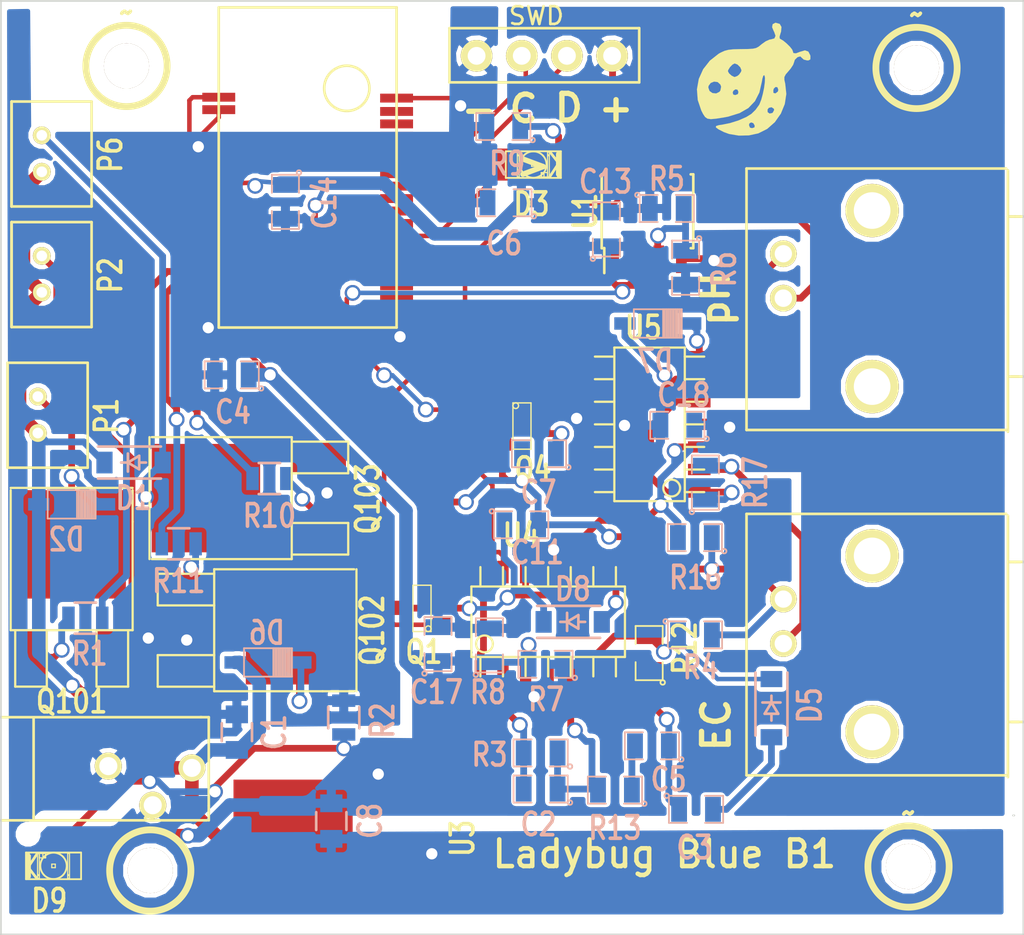
<source format=kicad_pcb>
(kicad_pcb (version 4) (host pcbnew 4.0.1-stable)
  (layers (0 F.Cu signal hide) (31 B.Cu signal) (34 B.Paste user hide) (35 F.Paste user hide) (36 B.SilkS user) (37 F.SilkS user hide) (38 B.Mask user) (39 F.Mask user) (44 Edge.Cuts user))
  (net 0 "")
  (net 1 "/nRF51822/BLE LED")
  (net 2 /nRF51822/EC_VIN_AIN)
  (net 3 /nRF51822/EC_VOUT_AIN)
  (net 4 /nRF51822/FET_VIN_pin)
  (net 5 /nRF51822/FET_VOUT_pin)
  (net 6 /nRF51822/SWCLK)
  (net 7 /nRF51822/SWD)
  (net 8 /nRF51822/VGND_EC)
  (net 9 /nRF51822/VGND_pH)
  (net 10 /nRF51822/pH_AIN)
  (net 11 /sensors/EC/AC/G1)
  (net 12 /sensors/EC/AC/W_Vin+)
  (net 13 /sensors/EC/AC/W_Vin-)
  (net 14 /sensors/EC/AC/W_Vout)
  (net 15 /sensors/EC/AC/f1)
  (net 16 /sensors/EC/Rectify/EC_VIN)
  (net 17 /sensors/EC/Rectify/R_VIN_-)
  (net 18 /sensors/EC/Rectify/R_VIN_out)
  (net 19 /sensors/EC/Rectify_VOUT/EC_VOUT)
  (net 20 /sensors/EC/Rectify_VOUT/R_VOUT_-)
  (net 21 /sensors/EC/Rectify_VOUT/R_VOUT_OUT)
  (net 22 /sensors/EC_ProbeIN)
  (net 23 /sensors/pH_ProbeIN)
  (net 24 GND)
  (net 25 "Net-(D3-Pad2)")
  (net 26 "Net-(R5-Pad2)")
  (net 27 "Net-(R7-Pad2)")
  (net 28 "Net-(U2-Pad16)")
  (net 29 "Net-(U2-Pad15)")
  (net 30 "Net-(U2-Pad6)")
  (net 31 "Net-(U2-Pad7)")
  (net 32 "Net-(U2-Pad8)")
  (net 33 "Net-(U2-Pad9)")
  (net 34 "Net-(U2-Pad41)")
  (net 35 "Net-(U2-Pad40)")
  (net 36 "Net-(U2-Pad39)")
  (net 37 "Net-(U2-Pad38)")
  (net 38 "Net-(U2-Pad37)")
  (net 39 "Net-(U2-Pad34)")
  (net 40 "Net-(U2-Pad33)")
  (net 41 "Net-(U2-Pad32)")
  (net 42 "Net-(U2-Pad30)")
  (net 43 "Net-(U2-Pad29)")
  (net 44 "Net-(U2-Pad4)")
  (net 45 "Net-(U2-Pad5)")
  (net 46 pumpPWR)
  (net 47 µPWR)
  (net 48 /Pumps/pump3)
  (net 49 /Pumps/pump1)
  (net 50 /Pumps/pump2)
  (net 51 "Net-(D9-Pad2)")
  (net 52 "Net-(Q101-Pad1)")
  (net 53 "Net-(Q102-Pad1)")
  (net 54 "Net-(Q103-Pad1)")
  (net 55 /Pumps/pump1_pin)
  (net 56 /Pumps/pump3_pin)
  (net 57 /Pumps/pump2_pin)
  (net 58 "Net-(U2-Pad18)")
  (net 59 "Net-(U2-Pad28)")
  (net 60 "Net-(U2-Pad27)")
  (net 61 "Net-(U2-Pad26)")
  (module SM0805 (layer B.Cu) (at 159.0225 180.18 180)
    (fp_text reference R16 (at -0.0475 -2.25 180) (layer B.SilkS) (effects (font (size 1.27 1.016) (thickness 0.2032))))
    (fp_text value 10K hide)
    (pad 1 smd rect (at -0.9525 0 180) (size 0.889 1.397) (layers B.Cu B.Paste B.Mask) (net 8 /nRF51822/VGND_EC))
    (pad 2 smd rect (at 0.9525 0 180) (size 0.889 1.397) (layers B.Cu B.Paste B.Mask) (net 16 /sensors/EC/Rectify/EC_VIN))
  )
  (module Resistors_SMD:R_0805 (layer B.Cu) (at 139.28 190.3 270)
    (fp_text reference R2 (at 0.17 -2.18 270) (layer B.SilkS) (effects (font (size 1.27 1.016) (thickness 0.2032))))
    (fp_text value 330 hide)
    (pad 1 smd rect (at -0.95 0 270) (size 0.7 1.3) (layers B.Cu B.Paste B.Mask) (net 24 GND))
    (pad 2 smd rect (at 0.95 0 270) (size 0.7 1.3) (layers B.Cu B.Paste B.Mask) (net 51 "Net-(D9-Pad2)"))
  )
  (module SM0805 (layer B.Cu) (at 132.98 171.03 180)
    (fp_text reference C4 (at -0.07 -2.09 180) (layer B.SilkS) (effects (font (size 1.27 1.016) (thickness 0.2032))))
    (fp_text value .1u hide)
    (pad 1 smd rect (at -0.9525 0 180) (size 0.889 1.397) (layers B.Cu B.Paste B.Mask) (net 47 µPWR))
    (pad 2 smd rect (at 0.9525 0 180) (size 0.889 1.397) (layers B.Cu B.Paste B.Mask) (net 24 GND))
  )
  (module Capacitors_SMD:C_0805 (layer B.Cu) (at 133.27 191.12 90)
    (fp_text reference C1 (at 0 2.1 90) (layer B.SilkS) (effects (font (size 1.27 1.016) (thickness 0.2032))))
    (fp_text value .1u hide)
    (pad 1 smd rect (at -1 0 90) (size 1 1.25) (layers B.Cu B.Paste B.Mask) (net 46 pumpPWR))
    (pad 2 smd rect (at 1 0 90) (size 1 1.25) (layers B.Cu B.Paste B.Mask) (net 24 GND))
  )
  (module LettuceBuddy:LB_BarrelJack (layer F.Cu) (at 119.84 190.33)
    (fp_text reference CON1 hide)
    (fp_text value BARREL_JACK hide)
    (pad 2 thru_hole circle (at 6.2 2.7 180) (size 1.524 1.524) (drill 1.016) (layers *.Cu *.Mask F.SilkS) (net 24 GND))
    (pad 3 thru_hole circle (at 8.7 4.9 180) (size 1.524 1.524) (drill 1.016) (layers *.Cu *.Mask F.SilkS) (net 24 GND))
    (pad 1 thru_hole circle (at 10.9 2.8 180) (size 1.524 1.524) (drill 1.016) (layers *.Cu *.Mask F.SilkS) (net 46 pumpPWR))
  )
  (module LB_BNC (layer F.Cu) (at 164.00018 186.13882 90)
    (fp_text reference P5 hide)
    (fp_text value BNC hide)
    (pad 1 thru_hole circle (at 0 0 90) (size 1.5 1.5) (drill 0.98) (layers *.Cu *.Mask F.SilkS) (net 22 /sensors/EC_ProbeIN))
    (pad 2 thru_hole circle (at 2.5 0 90) (size 1.5 1.5) (drill 0.97) (layers *.Cu *.Mask F.SilkS) (net 8 /nRF51822/VGND_EC))
    (pad 4 thru_hole circle (at 4.9284 4.99144 90) (size 3 3) (drill 2.06) (layers *.Cu *.Mask F.SilkS))
    (pad 3 thru_hole circle (at -4.9716 4.99144 90) (size 3 3) (drill 2.06) (layers *.Cu *.Mask F.SilkS))
  )
  (module LB_BNC (layer F.Cu) (at 164.00018 166.71798 90)
    (fp_text reference P4 hide)
    (fp_text value BNC hide)
    (pad 1 thru_hole circle (at 0 0 90) (size 1.5 1.5) (drill 0.98) (layers *.Cu *.Mask F.SilkS) (net 23 /sensors/pH_ProbeIN))
    (pad 2 thru_hole circle (at 2.5 0 90) (size 1.5 1.5) (drill 0.97) (layers *.Cu *.Mask F.SilkS) (net 9 /nRF51822/VGND_pH))
    (pad 4 thru_hole circle (at 4.9284 4.99144 90) (size 3 3) (drill 2.06) (layers *.Cu *.Mask F.SilkS))
    (pad 3 thru_hole circle (at -4.9716 4.99144 90) (size 3 3) (drill 2.06) (layers *.Cu *.Mask F.SilkS))
  )
  (module SOD-123 (layer B.Cu) (at 156.94 168.14)
    (fp_text reference D7 (at -0.15 2.13) (layer B.SilkS) (effects (font (size 1.27 1.016) (thickness 0.2032)) (justify mirror)))
    (fp_text value D hide)
    (pad 1 smd rect (at -1.84912 0) (size 1.19888 0.70104) (layers B.Cu B.Paste B.Mask) (net 20 /sensors/EC/Rectify_VOUT/R_VOUT_-) (clearance 0.14986))
    (pad 2 smd rect (at 1.84912 0) (size 1.19888 0.70104) (layers B.Cu B.Paste B.Mask) (net 21 /sensors/EC/Rectify_VOUT/R_VOUT_OUT) (clearance 0.14986))
  )
  (module SOD-123 (layer B.Cu) (at 123.98 178.31)
    (fp_text reference D2 (at -0.29 1.98) (layer B.SilkS) (effects (font (size 1.27 1.016) (thickness 0.2032)) (justify mirror)))
    (fp_text value D hide)
    (pad 1 smd rect (at -1.84912 0) (size 1.19888 0.70104) (layers B.Cu B.Paste B.Mask) (net 46 pumpPWR) (clearance 0.14986))
    (pad 2 smd rect (at 1.84912 0) (size 1.19888 0.70104) (layers B.Cu B.Paste B.Mask) (net 49 /Pumps/pump1) (clearance 0.14986))
  )
  (module SOD-123 (layer B.Cu) (at 135.02 187.2)
    (fp_text reference D6 (at -0.07 -1.66) (layer B.SilkS) (effects (font (size 1.27 1.016) (thickness 0.2032)) (justify mirror)))
    (fp_text value D hide)
    (pad 1 smd rect (at -1.84912 0) (size 1.19888 0.70104) (layers B.Cu B.Paste B.Mask) (net 46 pumpPWR) (clearance 0.14986))
    (pad 2 smd rect (at 1.84912 0) (size 1.19888 0.70104) (layers B.Cu B.Paste B.Mask) (net 50 /Pumps/pump2) (clearance 0.14986))
  )
  (module SM0805 (layer F.Cu) (at 156.45384 186.67476 90)
    (fp_text reference R12 (at 0.28476 2.00616 90) (layer F.SilkS) (effects (font (size 1.27 1.016) (thickness 0.2032))))
    (fp_text value 22K hide)
    (pad 1 smd rect (at -0.9525 0 90) (size 0.889 1.397) (layers F.Cu F.Paste F.Mask) (net 14 /sensors/EC/AC/W_Vout))
    (pad 2 smd rect (at 0.9525 0 90) (size 0.889 1.397) (layers F.Cu F.Paste F.Mask) (net 13 /sensors/EC/AC/W_Vin-))
  )
  (module SM0805 (layer B.Cu) (at 150.35 194.32 180)
    (fp_text reference C2 (at 0.12 -1.99 180) (layer B.SilkS) (effects (font (size 1.27 1.016) (thickness 0.2032))))
    (fp_text value .1u hide)
    (pad 1 smd rect (at -0.9525 0 180) (size 0.889 1.397) (layers B.Cu B.Paste B.Mask) (net 12 /sensors/EC/AC/W_Vin+))
    (pad 2 smd rect (at 0.9525 0 180) (size 0.889 1.397) (layers B.Cu B.Paste B.Mask) (net 8 /nRF51822/VGND_EC))
  )
  (module SM0805 (layer B.Cu) (at 159.09 195.46)
    (fp_text reference C3 (at -0.09 2.15) (layer B.SilkS) (effects (font (size 1.27 1.016) (thickness 0.2032))))
    (fp_text value .1u hide)
    (pad 1 smd rect (at -0.9525 0) (size 0.889 1.397) (layers B.Cu B.Paste B.Mask) (net 14 /sensors/EC/AC/W_Vout))
    (pad 2 smd rect (at 0.9525 0) (size 0.889 1.397) (layers B.Cu B.Paste B.Mask) (net 11 /sensors/EC/AC/G1))
  )
  (module SM0805 (layer B.Cu) (at 156.61 191.89 180)
    (fp_text reference C5 (at -0.94 -1.88 180) (layer B.SilkS) (effects (font (size 1.27 1.016) (thickness 0.2032))))
    (fp_text value .1u hide)
    (pad 1 smd rect (at -0.9525 0 180) (size 0.889 1.397) (layers B.Cu B.Paste B.Mask) (net 14 /sensors/EC/AC/W_Vout))
    (pad 2 smd rect (at 0.9525 0 180) (size 0.889 1.397) (layers B.Cu B.Paste B.Mask) (net 15 /sensors/EC/AC/f1))
  )
  (module SM0805 (layer B.Cu) (at 154.53 194.38 180)
    (fp_text reference R13 (at 0 -2.13 180) (layer B.SilkS) (effects (font (size 1.27 1.016) (thickness 0.2032))))
    (fp_text value 1K hide)
    (pad 1 smd rect (at -0.9525 0 180) (size 0.889 1.397) (layers B.Cu B.Paste B.Mask) (net 15 /sensors/EC/AC/f1))
    (pad 2 smd rect (at 0.9525 0 180) (size 0.889 1.397) (layers B.Cu B.Paste B.Mask) (net 12 /sensors/EC/AC/W_Vin+))
  )
  (module SM0805 (layer B.Cu) (at 159.03 185.65)
    (fp_text reference R4 (at 0.32 1.83) (layer B.SilkS) (effects (font (size 1.27 1.016) (thickness 0.2032))))
    (fp_text value 10K hide)
    (pad 1 smd rect (at -0.9525 0) (size 0.889 1.397) (layers B.Cu B.Paste B.Mask) (net 13 /sensors/EC/AC/W_Vin-))
    (pad 2 smd rect (at 0.9525 0) (size 0.889 1.397) (layers B.Cu B.Paste B.Mask) (net 8 /nRF51822/VGND_EC))
  )
  (module SM0805 (layer B.Cu) (at 159.61614 177.0888 90)
    (fp_text reference R17 (at 0.0088 2.80386 90) (layer B.SilkS) (effects (font (size 1.27 1.016) (thickness 0.2032))))
    (fp_text value "1K .5%" hide)
    (pad 1 smd rect (at -0.9525 0 90) (size 0.889 1.397) (layers B.Cu B.Paste B.Mask) (net 19 /sensors/EC/Rectify_VOUT/EC_VOUT))
    (pad 2 smd rect (at 0.9525 0 90) (size 0.889 1.397) (layers B.Cu B.Paste B.Mask) (net 22 /sensors/EC_ProbeIN))
  )
  (module SM0805 (layer B.Cu) (at 158.0388 173.863 180)
    (fp_text reference C18 (at -0.3612 1.703 180) (layer B.SilkS) (effects (font (size 1.27 1.016) (thickness 0.2032))))
    (fp_text value .1u hide)
    (pad 1 smd rect (at -0.9525 0 180) (size 0.889 1.397) (layers B.Cu B.Paste B.Mask) (net 47 µPWR))
    (pad 2 smd rect (at 0.9525 0 180) (size 0.889 1.397) (layers B.Cu B.Paste B.Mask) (net 24 GND))
  )
  (module SM0805 (layer B.Cu) (at 149.26 179.46)
    (fp_text reference C11 (at 0.90678 1.55194) (layer B.SilkS) (effects (font (size 1.27 1.016) (thickness 0.2032))))
    (fp_text value .1u hide)
    (pad 1 smd rect (at -0.9525 0) (size 0.889 1.397) (layers B.Cu B.Paste B.Mask) (net 17 /sensors/EC/Rectify/R_VIN_-))
    (pad 2 smd rect (at 0.9525 0) (size 0.889 1.397) (layers B.Cu B.Paste B.Mask) (net 8 /nRF51822/VGND_EC))
  )
  (module SM0805 (layer B.Cu) (at 150.25878 175.4632 180)
    (fp_text reference C7 (at 0.02878 -2.1768 180) (layer B.SilkS) (effects (font (size 1.27 1.016) (thickness 0.2032))))
    (fp_text value .1u hide)
    (pad 1 smd rect (at -0.9525 0 180) (size 0.889 1.397) (layers B.Cu B.Paste B.Mask) (net 20 /sensors/EC/Rectify_VOUT/R_VOUT_-))
    (pad 2 smd rect (at 0.9525 0 180) (size 0.889 1.397) (layers B.Cu B.Paste B.Mask) (net 8 /nRF51822/VGND_EC))
  )
  (module SM0805 (layer B.Cu) (at 150.35 192.29 180)
    (fp_text reference R3 (at 2.87 -0.1 180) (layer B.SilkS) (effects (font (size 1.27 1.016) (thickness 0.2032))))
    (fp_text value 1K hide)
    (pad 1 smd rect (at -0.9525 0 180) (size 0.889 1.397) (layers B.Cu B.Paste B.Mask) (net 12 /sensors/EC/AC/W_Vin+))
    (pad 2 smd rect (at 0.9525 0 180) (size 0.889 1.397) (layers B.Cu B.Paste B.Mask) (net 8 /nRF51822/VGND_EC))
  )
  (module SM0805 (layer B.Cu) (at 150.62454 187.30468 180)
    (fp_text reference R7 (at -0.03546 -1.97532 180) (layer B.SilkS) (effects (font (size 1.27 1.016) (thickness 0.2032))))
    (fp_text value 1K hide)
    (pad 1 smd rect (at -0.9525 0 180) (size 0.889 1.397) (layers B.Cu B.Paste B.Mask) (net 47 µPWR))
    (pad 2 smd rect (at 0.9525 0 180) (size 0.889 1.397) (layers B.Cu B.Paste B.Mask) (net 27 "Net-(R7-Pad2)"))
  )
  (module SM0805 (layer B.Cu) (at 147.46986 186.24042 90)
    (fp_text reference R8 (at -2.63958 -0.07986 180) (layer B.SilkS) (effects (font (size 1.27 1.016) (thickness 0.2032))))
    (fp_text value 1K hide)
    (pad 1 smd rect (at -0.9525 0 90) (size 0.889 1.397) (layers B.Cu B.Paste B.Mask) (net 27 "Net-(R7-Pad2)"))
    (pad 2 smd rect (at 0.9525 0 90) (size 0.889 1.397) (layers B.Cu B.Paste B.Mask) (net 24 GND))
  )
  (module SM0805 (layer B.Cu) (at 144.58 186.17 90)
    (fp_text reference C17 (at -2.7 -0.09 180) (layer B.SilkS) (effects (font (size 1.27 1.016) (thickness 0.2032))))
    (fp_text value .1u hide)
    (pad 1 smd rect (at -0.9525 0 90) (size 0.889 1.397) (layers B.Cu B.Paste B.Mask) (net 47 µPWR))
    (pad 2 smd rect (at 0.9525 0 90) (size 0.889 1.397) (layers B.Cu B.Paste B.Mask) (net 24 GND))
  )
  (module SM0805 (layer B.Cu) (at 157.4419 161.67354)
    (fp_text reference R5 (at 0.0081 -1.66354) (layer B.SilkS) (effects (font (size 1.27 1.016) (thickness 0.2032))))
    (fp_text value 1K hide)
    (pad 1 smd rect (at -0.9525 0) (size 0.889 1.397) (layers B.Cu B.Paste B.Mask) (net 47 µPWR))
    (pad 2 smd rect (at 0.9525 0) (size 0.889 1.397) (layers B.Cu B.Paste B.Mask) (net 26 "Net-(R5-Pad2)"))
  )
  (module SM0805 (layer B.Cu) (at 158.50108 165.00348 270)
    (fp_text reference R6 (at 0.08652 -2.16892 270) (layer B.SilkS) (effects (font (size 1.27 1.016) (thickness 0.2032))))
    (fp_text value 1K hide)
    (pad 1 smd rect (at -0.9525 0 270) (size 0.889 1.397) (layers B.Cu B.Paste B.Mask) (net 26 "Net-(R5-Pad2)"))
    (pad 2 smd rect (at 0.9525 0 270) (size 0.889 1.397) (layers B.Cu B.Paste B.Mask) (net 24 GND))
  )
  (module SM0805 (layer B.Cu) (at 148.31568 161.35096 180)
    (fp_text reference C6 (at 0.01568 -2.28904 180) (layer B.SilkS) (effects (font (size 1.27 1.016) (thickness 0.2032))))
    (fp_text value .1u hide)
    (pad 1 smd rect (at -0.9525 0 180) (size 0.889 1.397) (layers B.Cu B.Paste B.Mask) (net 47 µPWR))
    (pad 2 smd rect (at 0.9525 0 180) (size 0.889 1.397) (layers B.Cu B.Paste B.Mask) (net 24 GND))
  )
  (module SM0805 (layer B.Cu) (at 154.05 162.85 90)
    (fp_text reference C13 (at 2.68 -0.05 180) (layer B.SilkS) (effects (font (size 1.27 1.016) (thickness 0.2032))))
    (fp_text value .1u hide)
    (pad 1 smd rect (at -0.9525 0 90) (size 0.889 1.397) (layers B.Cu B.Paste B.Mask) (net 24 GND))
    (pad 2 smd rect (at 0.9525 0 90) (size 0.889 1.397) (layers B.Cu B.Paste B.Mask) (net 47 µPWR))
  )
  (module LB_MCP6244 (layer F.Cu) (at 156.4767 173.8122 90)
    (fp_text reference U5 (at 5.4422 -0.3467 180) (layer F.SilkS) (effects (font (size 1.27 1.016) (thickness 0.2032))))
    (fp_text value MCP6244 hide)
    (pad 1 smd rect (at -3.81 2.794 90) (size 0.635 1.27) (layers F.Cu F.Paste F.Mask) (net 19 /sensors/EC/Rectify_VOUT/EC_VOUT))
    (pad 2 smd rect (at -2.54 2.794 90) (size 0.635 1.27) (layers F.Cu F.Paste F.Mask) (net 22 /sensors/EC_ProbeIN))
    (pad 3 smd rect (at -1.27 2.794 90) (size 0.635 1.27) (layers F.Cu F.Paste F.Mask) (net 16 /sensors/EC/Rectify/EC_VIN))
    (pad 4 smd rect (at 0 2.794 90) (size 0.635 1.27) (layers F.Cu F.Paste F.Mask) (net 47 µPWR))
    (pad 5 smd rect (at 1.27 2.794 90) (size 0.635 1.27) (layers F.Cu F.Paste F.Mask) (net 19 /sensors/EC/Rectify_VOUT/EC_VOUT))
    (pad 6 smd rect (at 2.54 2.794 90) (size 0.635 1.27) (layers F.Cu F.Paste F.Mask) (net 20 /sensors/EC/Rectify_VOUT/R_VOUT_-))
    (pad 7 smd rect (at 3.81 2.794 90) (size 0.635 1.27) (layers F.Cu F.Paste F.Mask) (net 21 /sensors/EC/Rectify_VOUT/R_VOUT_OUT))
    (pad 8 smd rect (at 3.81 -2.794 90) (size 0.635 1.27) (layers F.Cu F.Paste F.Mask) (net 3 /nRF51822/EC_VOUT_AIN))
    (pad 9 smd rect (at 2.54 -2.794 90) (size 0.635 1.27) (layers F.Cu F.Paste F.Mask) (net 3 /nRF51822/EC_VOUT_AIN))
    (pad 10 smd rect (at 1.27 -2.794 90) (size 0.635 1.27) (layers F.Cu F.Paste F.Mask) (net 20 /sensors/EC/Rectify_VOUT/R_VOUT_-))
    (pad 11 smd rect (at 0 -2.794 90) (size 0.635 1.27) (layers F.Cu F.Paste F.Mask) (net 24 GND))
    (pad 12 smd rect (at -1.27 -2.794 90) (size 0.635 1.27) (layers F.Cu F.Paste F.Mask))
    (pad 13 smd rect (at -2.54 -2.794 90) (size 0.635 1.27) (layers F.Cu F.Paste F.Mask))
    (pad 14 smd rect (at -3.81 -2.794 90) (size 0.635 1.27) (layers F.Cu F.Paste F.Mask))
  )
  (module LB_MCP6244 (layer F.Cu) (at 150.7744 184.912)
    (fp_text reference U4 (at -1.5144 -4.862) (layer F.SilkS) (effects (font (size 1.27 1.016) (thickness 0.2032))))
    (fp_text value MCP6244 hide)
    (pad 1 smd rect (at -3.81 2.794) (size 0.635 1.27) (layers F.Cu F.Paste F.Mask) (net 8 /nRF51822/VGND_EC))
    (pad 2 smd rect (at -2.54 2.794) (size 0.635 1.27) (layers F.Cu F.Paste F.Mask) (net 8 /nRF51822/VGND_EC))
    (pad 3 smd rect (at -1.27 2.794) (size 0.635 1.27) (layers F.Cu F.Paste F.Mask) (net 27 "Net-(R7-Pad2)"))
    (pad 4 smd rect (at 0 2.794) (size 0.635 1.27) (layers F.Cu F.Paste F.Mask) (net 47 µPWR))
    (pad 5 smd rect (at 1.27 2.794) (size 0.635 1.27) (layers F.Cu F.Paste F.Mask) (net 12 /sensors/EC/AC/W_Vin+))
    (pad 6 smd rect (at 2.54 2.794) (size 0.635 1.27) (layers F.Cu F.Paste F.Mask) (net 13 /sensors/EC/AC/W_Vin-))
    (pad 7 smd rect (at 3.81 2.794) (size 0.635 1.27) (layers F.Cu F.Paste F.Mask) (net 14 /sensors/EC/AC/W_Vout))
    (pad 8 smd rect (at 3.81 -2.794) (size 0.635 1.27) (layers F.Cu F.Paste F.Mask) (net 18 /sensors/EC/Rectify/R_VIN_out))
    (pad 9 smd rect (at 2.54 -2.794) (size 0.635 1.27) (layers F.Cu F.Paste F.Mask) (net 17 /sensors/EC/Rectify/R_VIN_-))
    (pad 10 smd rect (at 1.27 -2.794) (size 0.635 1.27) (layers F.Cu F.Paste F.Mask) (net 16 /sensors/EC/Rectify/EC_VIN))
    (pad 11 smd rect (at 0 -2.794) (size 0.635 1.27) (layers F.Cu F.Paste F.Mask) (net 24 GND))
    (pad 12 smd rect (at -1.27 -2.794) (size 0.635 1.27) (layers F.Cu F.Paste F.Mask) (net 17 /sensors/EC/Rectify/R_VIN_-))
    (pad 13 smd rect (at -2.54 -2.794) (size 0.635 1.27) (layers F.Cu F.Paste F.Mask) (net 2 /nRF51822/EC_VIN_AIN))
    (pad 14 smd rect (at -3.81 -2.794) (size 0.635 1.27) (layers F.Cu F.Paste F.Mask) (net 2 /nRF51822/EC_VIN_AIN))
  )
  (module LB_MOSFET (layer F.Cu) (at 143.68018 184.12968 90)
    (fp_text reference Q1 (at -2.48032 0.10982 180) (layer F.SilkS) (effects (font (size 1.27 1.016) (thickness 0.2032))))
    (fp_text value LB_MOSFET_N hide)
    (pad D smd rect (at 0 -1.09982 90) (size 0.8001 1.00076) (layers F.Cu F.Paste F.Mask) (net 17 /sensors/EC/Rectify/R_VIN_-))
    (pad S smd rect (at 0.9525 1.09982 90) (size 0.8001 1.00076) (layers F.Cu F.Paste F.Mask) (net 8 /nRF51822/VGND_EC))
    (pad G smd rect (at -0.9525 1.09982 90) (size 0.8001 1.00076) (layers F.Cu F.Paste F.Mask) (net 4 /nRF51822/FET_VIN_pin))
  )
  (module LB_MOSFET (layer F.Cu) (at 149.3012 173.9392 270)
    (fp_text reference Q4 (at 2.3908 -0.6188 360) (layer F.SilkS) (effects (font (size 1.27 1.016) (thickness 0.2032))))
    (fp_text value LB_MOSFET_N hide)
    (pad D smd rect (at 0 -1.09982 270) (size 0.8001 1.00076) (layers F.Cu F.Paste F.Mask) (net 20 /sensors/EC/Rectify_VOUT/R_VOUT_-))
    (pad S smd rect (at 0.9525 1.09982 270) (size 0.8001 1.00076) (layers F.Cu F.Paste F.Mask) (net 8 /nRF51822/VGND_EC))
    (pad G smd rect (at -0.9525 1.09982 270) (size 0.8001 1.00076) (layers F.Cu F.Paste F.Mask) (net 5 /nRF51822/FET_VOUT_pin))
  )
  (module SM0805 (layer B.Cu) (at 136 161.3 270)
    (fp_text reference C14 (at 0.06 -2.2 270) (layer B.SilkS) (effects (font (size 1.27 1.016) (thickness 0.2032))))
    (fp_text value 1u hide)
    (pad 1 smd rect (at -0.9525 0 270) (size 0.889 1.397) (layers B.Cu B.Paste B.Mask) (net 47 µPWR))
    (pad 2 smd rect (at 0.9525 0 270) (size 0.889 1.397) (layers B.Cu B.Paste B.Mask) (net 24 GND))
  )
  (module SM0805 (layer B.Cu) (at 148.25218 157.06344 180)
    (fp_text reference R9 (at -0.21782 -2.08656 180) (layer B.SilkS) (effects (font (size 1.27 1.016) (thickness 0.2032))))
    (fp_text value 1K hide)
    (pad 1 smd rect (at -0.9525 0 180) (size 0.889 1.397) (layers B.Cu B.Paste B.Mask) (net 25 "Net-(D3-Pad2)"))
    (pad 2 smd rect (at 0.9525 0 180) (size 0.889 1.397) (layers B.Cu B.Paste B.Mask) (net 24 GND))
  )
  (module LB_LED-1206 (layer F.Cu) (at 149.94128 159.20466)
    (fp_text reference D3 (at -0.10128 2.22534) (layer F.SilkS) (effects (font (size 1.27 1.016) (thickness 0.2032))))
    (fp_text value LED hide)
    (pad 1 smd rect (at -1.41986 0) (size 1.59766 1.80086) (layers F.Cu F.Paste F.Mask) (net 1 "/nRF51822/BLE LED"))
    (pad 2 smd rect (at 1.41986 0) (size 1.59766 1.80086) (layers F.Cu F.Paste F.Mask) (net 25 "Net-(D3-Pad2)"))
  )
  (module LB_MDBT40 (layer F.Cu) (at 139.45108 154.91714)
    (fp_text reference U2 hide)
    (fp_text value MDBT40 hide)
    (pad 17 smd rect (at -3.5 13.55) (size 0.5 1.85) (layers F.Cu F.Paste F.Mask) (net 4 /nRF51822/FET_VIN_pin))
    (pad 16 smd rect (at -4.2 13.55) (size 0.5 1.85) (layers F.Cu F.Paste F.Mask) (net 28 "Net-(U2-Pad16)"))
    (pad 15 smd rect (at -4.9 13.55) (size 0.5 1.85) (layers F.Cu F.Paste F.Mask) (net 29 "Net-(U2-Pad15)"))
    (pad 14 smd rect (at -5.6 13.55) (size 0.5 1.85) (layers F.Cu F.Paste F.Mask) (net 47 µPWR))
    (pad 1 smd rect (at -7.2 0.5) (size 1.85 0.5) (layers F.Cu F.Paste F.Mask) (net 24 GND))
    (pad 2 smd rect (at -7.2 1.2) (size 1.85 0.5) (layers F.Cu F.Paste F.Mask) (net 24 GND))
    (pad 3 smd rect (at -7.15 5.4) (size 1.85 0.5) (layers F.Cu F.Paste F.Mask) (net 47 µPWR))
    (pad 4 smd rect (at -7.15 6.1) (size 1.85 0.5) (layers F.Cu F.Paste F.Mask) (net 44 "Net-(U2-Pad4)"))
    (pad 5 smd rect (at -7.15 6.8) (size 1.85 0.5) (layers F.Cu F.Paste F.Mask) (net 45 "Net-(U2-Pad5)"))
    (pad 6 smd rect (at -7.15 7.5) (size 1.85 0.5) (layers F.Cu F.Paste F.Mask) (net 30 "Net-(U2-Pad6)"))
    (pad 7 smd rect (at -7.15 8.2) (size 1.85 0.5) (layers F.Cu F.Paste F.Mask) (net 31 "Net-(U2-Pad7)"))
    (pad 8 smd rect (at -7.15 8.9) (size 1.85 0.5) (layers F.Cu F.Paste F.Mask) (net 32 "Net-(U2-Pad8)"))
    (pad 9 smd rect (at -7.15 9.6) (size 1.85 0.5) (layers F.Cu F.Paste F.Mask) (net 33 "Net-(U2-Pad9)"))
    (pad 10 smd rect (at -7.15 10.3) (size 1.85 0.5) (layers F.Cu F.Paste F.Mask) (net 55 /Pumps/pump1_pin))
    (pad 11 smd rect (at -7.15 11) (size 1.85 0.5) (layers F.Cu F.Paste F.Mask) (net 57 /Pumps/pump2_pin))
    (pad 12 smd rect (at -7.15 11.7) (size 1.85 0.5) (layers F.Cu F.Paste F.Mask) (net 56 /Pumps/pump3_pin))
    (pad 42 smd rect (at 2.8 0.55) (size 1.85 0.5) (layers F.Cu F.Paste F.Mask) (net 24 GND))
    (pad 41 smd rect (at 2.8 1.3) (size 1.85 0.5) (layers F.Cu F.Paste F.Mask) (net 34 "Net-(U2-Pad41)"))
    (pad 40 smd rect (at 2.8 2) (size 1.85 0.5) (layers F.Cu F.Paste F.Mask) (net 35 "Net-(U2-Pad40)"))
    (pad 39 smd rect (at 2.8 2.7) (size 1.85 0.5) (layers F.Cu F.Paste F.Mask) (net 36 "Net-(U2-Pad39)"))
    (pad 38 smd rect (at 2.8 3.4) (size 1.85 0.5) (layers F.Cu F.Paste F.Mask) (net 37 "Net-(U2-Pad38)"))
    (pad 37 smd rect (at 2.8 4.1) (size 1.85 0.5) (layers F.Cu F.Paste F.Mask) (net 38 "Net-(U2-Pad37)"))
    (pad 36 smd rect (at 2.8 4.8) (size 1.85 0.5) (layers F.Cu F.Paste F.Mask) (net 6 /nRF51822/SWCLK))
    (pad 35 smd rect (at 2.8 5.5) (size 1.85 0.5) (layers F.Cu F.Paste F.Mask) (net 7 /nRF51822/SWD))
    (pad 34 smd rect (at 2.8 6.2) (size 1.85 0.5) (layers F.Cu F.Paste F.Mask) (net 39 "Net-(U2-Pad34)"))
    (pad 33 smd rect (at 2.8 6.9) (size 1.85 0.5) (layers F.Cu F.Paste F.Mask) (net 40 "Net-(U2-Pad33)"))
    (pad 32 smd rect (at 2.8 7.6) (size 1.85 0.5) (layers F.Cu F.Paste F.Mask) (net 41 "Net-(U2-Pad32)"))
    (pad 31 smd rect (at 2.8 8.3) (size 1.85 0.5) (layers F.Cu F.Paste F.Mask) (net 1 "/nRF51822/BLE LED"))
    (pad 30 smd rect (at 2.8 9) (size 1.85 0.5) (layers F.Cu F.Paste F.Mask) (net 42 "Net-(U2-Pad30)"))
    (pad 29 smd rect (at 2.8 9.7) (size 1.85 0.5) (layers F.Cu F.Paste F.Mask) (net 43 "Net-(U2-Pad29)"))
    (pad 28 smd rect (at 2.8 10.4) (size 1.85 0.5) (layers F.Cu F.Paste F.Mask) (net 59 "Net-(U2-Pad28)"))
    (pad 27 smd rect (at 2.8 11.1) (size 1.85 0.5) (layers F.Cu F.Paste F.Mask) (net 60 "Net-(U2-Pad27)"))
    (pad 26 smd rect (at 2.8 11.8) (size 1.85 0.5) (layers F.Cu F.Paste F.Mask) (net 61 "Net-(U2-Pad26)"))
    (pad 18 smd rect (at -2.8 13.55) (size 0.5 1.85) (layers F.Cu F.Paste F.Mask) (net 58 "Net-(U2-Pad18)"))
    (pad 19 smd rect (at -2.1 13.55) (size 0.5 1.85) (layers F.Cu F.Paste F.Mask) (net 8 /nRF51822/VGND_EC))
    (pad 20 smd rect (at -1.4 13.55) (size 0.5 1.85) (layers F.Cu F.Paste F.Mask) (net 2 /nRF51822/EC_VIN_AIN))
    (pad 21 smd rect (at -0.7 13.55) (size 0.5 1.85) (layers F.Cu F.Paste F.Mask) (net 3 /nRF51822/EC_VOUT_AIN))
    (pad 22 smd rect (at 0 13.55) (size 0.5 1.85) (layers F.Cu F.Paste F.Mask) (net 9 /nRF51822/VGND_pH))
    (pad 23 smd rect (at 0.7 13.55) (size 0.5 1.85) (layers F.Cu F.Paste F.Mask) (net 10 /nRF51822/pH_AIN))
    (pad 24 smd rect (at 1.4 13.55) (size 0.5 1.85) (layers F.Cu F.Paste F.Mask) (net 5 /nRF51822/FET_VOUT_pin))
    (pad 25 smd rect (at 2.1 13.55) (size 0.5 1.85) (layers F.Cu F.Paste F.Mask) (net 24 GND))
    (pad 13 smd rect (at -6.3 13.55) (size 0.5 1.85) (layers F.Cu F.Paste F.Mask) (net 24 GND))
  )
  (module LOGO (layer F.Cu) (at 162.32 154.11)
    (fp_text reference G*** hide)
    (fp_text value LOGO hide)
  )
  (module LB_MOUNTING_HOLE (layer F.Cu) (at 127.0635 153.6573)
    (fp_text reference ~ (at 0 -3.048) (layer F.SilkS) (effects (font (size 1.27 1.016) (thickness 0.2032))))
    (fp_text value P*** hide)
    (pad "" thru_hole circle (at 0 0) (size 2.54 2.54) (drill 2.54) (layers *.Cu F.SilkS))
  )
  (module LB_MOUNTING_HOLE (layer F.Cu) (at 171.4881 153.7716)
    (fp_text reference ~ (at 0 -3.048) (layer F.SilkS) (effects (font (size 1.27 1.016) (thickness 0.2032))))
    (fp_text value P*** hide)
    (pad "" thru_hole circle (at 0 0) (size 2.54 2.54) (drill 2.54) (layers *.Cu F.SilkS))
  )
  (module LB_MOUNTING_HOLE (layer F.Cu) (at 128.4 198.9)
    (fp_text reference ~ (at 0 -3.048) (layer F.SilkS) (effects (font (size 1.27 1.016) (thickness 0.2032))))
    (fp_text value P*** hide)
    (pad "" thru_hole circle (at 0 0) (size 2.54 2.54) (drill 2.54) (layers *.Cu F.SilkS))
  )
  (module LB_MOUNTING_HOLE (layer F.Cu) (at 171.03852 198.67626)
    (fp_text reference ~ (at 0 -3.048) (layer F.SilkS) (effects (font (size 1.27 1.016) (thickness 0.2032))))
    (fp_text value P*** hide)
    (pad "" thru_hole circle (at 0 0) (size 2.54 2.54) (drill 2.54) (layers *.Cu F.SilkS))
  )
  (module Capacitors_SMD:C_0805 (layer B.Cu) (at 138.58 196.12 270)
    (fp_text reference C8 (at -0.01 -2.18 270) (layer B.SilkS) (effects (font (size 1.27 1.016) (thickness 0.2032))))
    (fp_text value 10u hide)
    (pad 1 smd rect (at -1 0 270) (size 1 1.25) (layers B.Cu B.Paste B.Mask) (net 47 µPWR))
    (pad 2 smd rect (at 1 0 270) (size 1 1.25) (layers B.Cu B.Paste B.Mask) (net 24 GND))
  )
  (module Diodes_SMD:SOD-123 (layer B.Cu) (at 127.46 175.96)
    (fp_text reference D1 (at 0 2) (layer B.SilkS) (effects (font (size 1.27 1.016) (thickness 0.2032))))
    (fp_text value D hide)
    (pad 1 smd rect (at -1.635 0) (size 0.91 1.22) (layers B.Cu B.Paste B.Mask) (net 46 pumpPWR))
    (pad 2 smd rect (at 1.635 0) (size 0.91 1.22) (layers B.Cu B.Paste B.Mask) (net 48 /Pumps/pump3))
  )
  (module Diodes_SMD:SOD-123 (layer B.Cu) (at 163.33 189.77 270)
    (fp_text reference D5 (at -0.16 -2.16 270) (layer B.SilkS) (effects (font (size 1.27 1.016) (thickness 0.2032))))
    (fp_text value D hide)
    (pad 1 smd rect (at -1.635 0 270) (size 0.91 1.22) (layers B.Cu B.Paste B.Mask) (net 13 /sensors/EC/AC/W_Vin-))
    (pad 2 smd rect (at 1.635 0 270) (size 0.91 1.22) (layers B.Cu B.Paste B.Mask) (net 11 /sensors/EC/AC/G1))
  )
  (module LettuceBuddy:LB_LED-1206 (layer F.Cu) (at 122.96 198.64 180)
    (fp_text reference D9 (at 0.24 -1.96 180) (layer F.SilkS) (effects (font (size 1.27 1.016) (thickness 0.2032))))
    (fp_text value LED hide)
    (pad 1 smd rect (at -1.41986 0 180) (size 1.59766 1.80086) (layers F.Cu F.Paste F.Mask) (net 47 µPWR))
    (pad 2 smd rect (at 1.41986 0 180) (size 1.59766 1.80086) (layers F.Cu F.Paste F.Mask) (net 51 "Net-(D9-Pad2)"))
  )
  (module LadybugHydro:PH_CONN_2_POS (layer F.Cu) (at 120.38 176.25 90)
    (fp_text reference P1 (at 2.91 5.56 90) (layer F.SilkS) (effects (font (size 1.27 1.016) (thickness 0.2032))))
    (fp_text value CONN_01X02 hide)
    (pad 1 thru_hole circle (at 1.95 1.7 90) (size 1 1) (drill 0.6) (layers *.Cu *.Mask F.SilkS) (net 46 pumpPWR))
    (pad 2 thru_hole circle (at 4 1.7 90) (size 1 1) (drill 0.6) (layers *.Cu *.Mask F.SilkS) (net 49 /Pumps/pump1))
  )
  (module LadybugHydro:PH_CONN_2_POS (layer F.Cu) (at 120.6 168.34 90)
    (fp_text reference P2 (at 2.91 5.56 90) (layer F.SilkS) (effects (font (size 1.27 1.016) (thickness 0.2032))))
    (fp_text value CONN_01X02 hide)
    (pad 1 thru_hole circle (at 1.95 1.7 90) (size 1 1) (drill 0.6) (layers *.Cu *.Mask F.SilkS) (net 46 pumpPWR))
    (pad 2 thru_hole circle (at 4 1.7 90) (size 1 1) (drill 0.6) (layers *.Cu *.Mask F.SilkS) (net 50 /Pumps/pump2))
  )
  (module LadybugHydro:PH_CONN_2_POS (layer F.Cu) (at 120.6 161.56 90)
    (fp_text reference P6 (at 2.91 5.56 90) (layer F.SilkS) (effects (font (size 1.27 1.016) (thickness 0.2032))))
    (fp_text value CONN_01X02 hide)
    (pad 1 thru_hole circle (at 1.95 1.7 90) (size 1 1) (drill 0.6) (layers *.Cu *.Mask F.SilkS) (net 46 pumpPWR))
    (pad 2 thru_hole circle (at 4 1.7 90) (size 1 1) (drill 0.6) (layers *.Cu *.Mask F.SilkS) (net 48 /Pumps/pump3))
  )
  (module LadybugHydro:DPAK2 (layer F.Cu) (at 123.98 186.91)
    (fp_text reference Q101 (at 0 2.49) (layer F.SilkS) (effects (font (size 1.27 1.016) (thickness 0.2032))))
    (fp_text value TIP122 hide)
    (pad 1 smd rect (at -2.286 0) (size 1.651 3.048) (layers F.Cu F.Paste F.Mask) (net 52 "Net-(Q101-Pad1)"))
    (pad 2 smd rect (at 0 -6.35) (size 6.096 6.096) (layers F.Cu F.Paste F.Mask) (net 49 /Pumps/pump1))
    (pad 3 smd rect (at 2.286 0) (size 1.651 3.048) (layers F.Cu F.Paste F.Mask) (net 24 GND))
  )
  (module LadybugHydro:DPAK2 (layer F.Cu) (at 130.47 185.39 270)
    (fp_text reference Q102 (at 0 -10.414 270) (layer F.SilkS) (effects (font (size 1.27 1.016) (thickness 0.2032))))
    (fp_text value TIP122 hide)
    (pad 1 smd rect (at -2.286 0 270) (size 1.651 3.048) (layers F.Cu F.Paste F.Mask) (net 53 "Net-(Q102-Pad1)"))
    (pad 2 smd rect (at 0 -6.35 270) (size 6.096 6.096) (layers F.Cu F.Paste F.Mask) (net 50 /Pumps/pump2))
    (pad 3 smd rect (at 2.286 0 270) (size 1.651 3.048) (layers F.Cu F.Paste F.Mask) (net 24 GND))
  )
  (module Resistors_SMD:R_0805 (layer B.Cu) (at 124.75 184.71 180)
    (fp_text reference R1 (at -0.24 -2 180) (layer B.SilkS) (effects (font (size 1.27 1.016) (thickness 0.2032))))
    (fp_text value 2.2K hide)
    (pad 1 smd rect (at -0.95 0 180) (size 0.7 1.3) (layers B.Cu B.Paste B.Mask) (net 55 /Pumps/pump1_pin))
    (pad 2 smd rect (at 0.95 0 180) (size 0.7 1.3) (layers B.Cu B.Paste B.Mask) (net 52 "Net-(Q101-Pad1)"))
  )
  (module Resistors_SMD:R_0805 (layer B.Cu) (at 135.1 176.86)
    (fp_text reference R10 (at 0 2.1) (layer B.SilkS) (effects (font (size 1.27 1.016) (thickness 0.2032))))
    (fp_text value 2.2K hide)
    (pad 1 smd rect (at -0.95 0) (size 0.7 1.3) (layers B.Cu B.Paste B.Mask) (net 56 /Pumps/pump3_pin))
    (pad 2 smd rect (at 0.95 0) (size 0.7 1.3) (layers B.Cu B.Paste B.Mask) (net 54 "Net-(Q103-Pad1)"))
  )
  (module Resistors_SMD:R_0805 (layer B.Cu) (at 130 180.53)
    (fp_text reference R11 (at 0 2.1) (layer B.SilkS) (effects (font (size 1.27 1.016) (thickness 0.2032))))
    (fp_text value 2.2K hide)
    (pad 1 smd rect (at -0.95 0) (size 0.7 1.3) (layers B.Cu B.Paste B.Mask) (net 57 /Pumps/pump2_pin))
    (pad 2 smd rect (at 0.95 0) (size 0.7 1.3) (layers B.Cu B.Paste B.Mask) (net 53 "Net-(Q102-Pad1)"))
  )
  (module Diodes_SMD:SOD-123 (layer B.Cu) (at 152.155 184.92)
    (fp_text reference D8 (at 0.005 -1.84) (layer B.SilkS) (effects (font (size 1.27 1.016) (thickness 0.2032))))
    (fp_text value D hide)
    (pad 1 smd rect (at -1.635 0) (size 0.91 1.22) (layers B.Cu B.Paste B.Mask) (net 17 /sensors/EC/Rectify/R_VIN_-))
    (pad 2 smd rect (at 1.635 0) (size 0.91 1.22) (layers B.Cu B.Paste B.Mask) (net 18 /sensors/EC/Rectify/R_VIN_out))
  )
  (module LadybugHydro:DPAK (layer F.Cu) (at 136.48 197.2 90)
    (fp_text reference U3 (at 0.11 9.48 90) (layer F.SilkS) (effects (font (size 1.27 1.016) (thickness 0.2032))))
    (fp_text value LD1117 hide)
    (pad 2 smd rect (at 0.06 -0.05 90) (size 6.7 6.7) (layers F.Cu F.Paste F.Mask) (net 46 pumpPWR))
    (pad 1 smd rect (at -2.3 6.6 90) (size 1.6 3) (layers F.Cu F.Paste F.Mask) (net 24 GND))
    (pad 3 smd rect (at 2.3 6.6 90) (size 1.6 3) (layers F.Cu F.Paste F.Mask) (net 47 µPWR))
  )
  (module Housings_SOIC:SOIC-8_3.9x4.9mm_Pitch1.27mm (layer F.Cu) (at 156.36 161.83 90)
    (fp_text reference U1 (at 0 -3.5 90) (layer F.SilkS) (effects (font (size 1.27 1.016) (thickness 0.2032))))
    (fp_text value MCP6242 hide)
    (pad 1 smd rect (at -2.7 -1.905 90) (size 1.55 0.6) (layers F.Cu F.Paste F.Mask) (net 9 /nRF51822/VGND_pH))
    (pad 2 smd rect (at -2.7 -0.635 90) (size 1.55 0.6) (layers F.Cu F.Paste F.Mask) (net 9 /nRF51822/VGND_pH))
    (pad 3 smd rect (at -2.7 0.635 90) (size 1.55 0.6) (layers F.Cu F.Paste F.Mask) (net 26 "Net-(R5-Pad2)"))
    (pad 4 smd rect (at -2.7 1.905 90) (size 1.55 0.6) (layers F.Cu F.Paste F.Mask) (net 24 GND))
    (pad 5 smd rect (at 2.7 1.905 90) (size 1.55 0.6) (layers F.Cu F.Paste F.Mask) (net 23 /sensors/pH_ProbeIN))
    (pad 6 smd rect (at 2.7 0.635 90) (size 1.55 0.6) (layers F.Cu F.Paste F.Mask) (net 10 /nRF51822/pH_AIN))
    (pad 7 smd rect (at 2.7 -0.635 90) (size 1.55 0.6) (layers F.Cu F.Paste F.Mask) (net 10 /nRF51822/pH_AIN))
    (pad 8 smd rect (at 2.7 -1.905 90) (size 1.55 0.6) (layers F.Cu F.Paste F.Mask) (net 47 µPWR))
  )
  (module LadybugHydro:LB_SWD (layer F.Cu) (at 154.37 155.09 180)
    (fp_text reference P3 hide)
    (fp_text value SWD (at 4.26 4.25 180) (layer F.SilkS))
    (pad 1 thru_hole circle (at 0 2 180) (size 1.78 1.78) (drill 1) (layers *.Cu *.Mask F.SilkS) (net 47 µPWR))
    (pad 2 thru_hole circle (at 2.54 2 180) (size 1.78 1.78) (drill 1) (layers *.Cu *.Mask F.SilkS) (net 7 /nRF51822/SWD))
    (pad 3 thru_hole circle (at 5.08 2 180) (size 1.78 1.78) (drill 1) (layers *.Cu *.Mask F.SilkS) (net 6 /nRF51822/SWCLK))
    (pad 4 thru_hole circle (at 7.62 2 180) (size 1.78 1.78) (drill 1) (layers *.Cu *.Mask F.SilkS) (net 24 GND))
  )
  (module LadybugHydro:DPAK2 (layer F.Cu) (at 137.88 177.96 90)
    (fp_text reference Q103 (at -0.04 2.75 90) (layer F.SilkS) (effects (font (size 1.27 1.016) (thickness 0.2032))))
    (fp_text value TIP122 hide)
    (pad 1 smd rect (at -2.286 0 90) (size 1.651 3.048) (layers F.Cu F.Paste F.Mask) (net 54 "Net-(Q103-Pad1)"))
    (pad 2 smd rect (at 0 -6.35 90) (size 6.096 6.096) (layers F.Cu F.Paste F.Mask) (net 48 /Pumps/pump3))
    (pad 3 smd rect (at 2.286 0 90) (size 1.651 3.048) (layers F.Cu F.Paste F.Mask) (net 24 GND))
  )
  (gr_text C (at 149.39 156.06) (layer F.SilkS) (effects (font (size 1.5 1.5) (thickness 0.3))))
  (gr_text D (at 151.94 156.02) (layer F.SilkS) (effects (font (size 1.5 1.5) (thickness 0.3))))
  (gr_text EC (at 160.22 190.72 90) (layer F.SilkS) (effects (font (size 1.5 1.5) (thickness 0.3))))
  (gr_text pH (at 160.1724 166.7637 90) (layer F.SilkS) (effects (font (size 1.5 1.5) (thickness 0.3))))
  (gr_text > (at 149.9235 159.21228) (layer F.SilkS) (effects (font (size 1.5 1.5) (thickness 0.3))))
  (gr_text + (at 154.59 156.02) (layer F.SilkS) (effects (font (size 1.5 1.5) (thickness 0.3))))
  (gr_text - (at 146.88 156.1) (layer F.SilkS) (effects (font (size 1.5 1.5) (thickness 0.3))))
  (gr_text "Ladybug Blue B1" (at 157.31 197.97) (layer F.SilkS) (effects (font (size 1.5 1.5) (thickness 0.254))))
  (gr_line (start 120 202.5) (end 120 150) (angle 90) (layer Edge.Cuts) (width 0.1))
  (gr_line (start 177.5 202.5) (end 120 202.5) (angle 90) (layer Edge.Cuts) (width 0.1))
  (gr_line (start 177.5 150) (end 177.5 202.5) (angle 90) (layer Edge.Cuts) (width 0.1))
  (gr_line (start 120 150) (end 177.5 150) (angle 90) (layer Edge.Cuts) (width 0.1))
  (gr_line (start 176.9872 195.80352) (end 176.91608 195.80352) (angle 90) (layer Edge.Cuts) (width 0.1))
  (segment (start 142.25108 163.21714) (end 144.50894 163.21714) (width 0.254) (layer F.Cu) (net 1))
  (segment (start 144.50894 163.21714) (end 148.52142 159.20466) (width 0.254) (layer F.Cu) (net 1))
  (segment (start 138.05362 168.42904) (end 138.09 168.46542) (width 0.254) (layer F.Cu) (net 2))
  (segment (start 142.23 175.29) (end 145.7 175.29) (width 0.254) (layer F.Cu) (net 2))
  (segment (start 138.09 171.15) (end 142.23 175.29) (width 0.254) (layer F.Cu) (net 2))
  (segment (start 138.09 168.46542) (end 138.09 171.15) (width 0.254) (layer F.Cu) (net 2))
  (segment (start 145.7 175.29) (end 147.64 177.23) (width 0.254) (layer F.Cu) (net 2))
  (segment (start 147.64 177.23) (end 147.64 179.32) (width 0.254) (layer F.Cu) (net 2))
  (segment (start 147.64 179.32) (end 147.64 180.99532) (width 0.254) (layer F.Cu) (net 2))
  (segment (start 147.2184 180.99532) (end 147.64 180.99532) (width 0.254) (layer F.Cu) (net 2))
  (segment (start 147.64 180.99532) (end 148.0185 180.99532) (width 0.254) (layer F.Cu) (net 2))
  (segment (start 146.9644 182.118) (end 146.9644 181.24932) (width 0.254) (layer F.Cu) (net 2))
  (segment (start 148.2344 181.21122) (end 148.2344 182.118) (width 0.254) (layer F.Cu) (net 2))
  (segment (start 148.0185 180.99532) (end 148.2344 181.21122) (width 0.254) (layer F.Cu) (net 2))
  (segment (start 146.9644 181.24932) (end 147.2184 180.99532) (width 0.254) (layer F.Cu) (net 2))
  (segment (start 153.6827 171.2722) (end 152.2778 171.2722) (width 0.254) (layer F.Cu) (net 3))
  (segment (start 152.2778 171.2722) (end 150.58616 172.96384) (width 0.254) (layer F.Cu) (net 3))
  (segment (start 148.9 173.8) (end 148.9 173.87062) (width 0.254) (layer F.Cu) (net 3))
  (segment (start 148.9 173.87062) (end 147.819108 173.87062) (width 0.254) (layer F.Cu) (net 3))
  (segment (start 150.58616 172.96384) (end 149.73616 172.96384) (width 0.254) (layer F.Cu) (net 3))
  (segment (start 149.73616 172.96384) (end 148.9 173.8) (width 0.254) (layer F.Cu) (net 3))
  (segment (start 147.819108 173.87062) (end 147.128228 174.5615) (width 0.254) (layer F.Cu) (net 3))
  (segment (start 147.128228 174.5615) (end 142.6115 174.5615) (width 0.254) (layer F.Cu) (net 3))
  (segment (start 142.6115 174.5615) (end 138.75108 170.70108) (width 0.254) (layer F.Cu) (net 3))
  (segment (start 138.75108 170.70108) (end 138.75108 168.46714) (width 0.254) (layer F.Cu) (net 3))
  (segment (start 153.6827 170.0022) (end 154.50312 170.0022) (width 0.381) (layer F.Cu) (net 3))
  (segment (start 154.50312 170.0022) (end 154.6606 170.15968) (width 0.381) (layer F.Cu) (net 3))
  (segment (start 154.6606 170.15968) (end 154.6606 171.09694) (width 0.381) (layer F.Cu) (net 3))
  (segment (start 154.6606 171.09694) (end 154.48534 171.2722) (width 0.381) (layer F.Cu) (net 3))
  (segment (start 154.48534 171.2722) (end 153.6827 171.2722) (width 0.381) (layer F.Cu) (net 3))
  (segment (start 135.95108 168.46714) (end 135.95108 169.64614) (width 0.254) (layer F.Cu) (net 4))
  (segment (start 135.95108 169.64614) (end 135.96 169.65506) (width 0.254) (layer F.Cu) (net 4))
  (segment (start 135.96 169.65506) (end 135.96 170.71) (width 0.254) (layer F.Cu) (net 4))
  (segment (start 135.96 170.71) (end 141.55 176.3) (width 0.254) (layer F.Cu) (net 4))
  (segment (start 141.55 176.3) (end 141.55 184.502672) (width 0.254) (layer F.Cu) (net 4))
  (segment (start 141.55 184.502672) (end 142.129508 185.08218) (width 0.254) (layer F.Cu) (net 4))
  (segment (start 142.129508 185.08218) (end 144.78 185.08218) (width 0.254) (layer F.Cu) (net 4))
  (segment (start 141.55 171.05) (end 142.01526 171.05) (width 0.254) (layer B.Cu) (net 5))
  (segment (start 140.85108 170.35108) (end 141.55 171.05) (width 0.254) (layer F.Cu) (net 5))
  (via (at 141.55 171.05) (size 0.889) (layers F.Cu B.Cu) (net 5))
  (segment (start 140.85108 168.46714) (end 140.85108 170.35108) (width 0.254) (layer F.Cu) (net 5))
  (segment (start 143.89862 172.9867) (end 147.4089 172.9867) (width 0.254) (layer F.Cu) (net 5))
  (segment (start 143.89354 172.98162) (end 143.89862 172.9867) (width 0.254) (layer F.Cu) (net 5))
  (via (at 143.89354 172.98162) (size 0.889) (layers F.Cu B.Cu) (net 5))
  (segment (start 143.89354 172.92828) (end 143.89354 172.98162) (width 0.254) (layer B.Cu) (net 5))
  (segment (start 142.01526 171.05) (end 143.89354 172.92828) (width 0.254) (layer B.Cu) (net 5))
  (segment (start 146.7367 172.9867) (end 147.50288 172.9867) (width 0.254) (layer F.Cu) (net 5))
  (segment (start 147.50288 172.9867) (end 148.20138 172.9867) (width 0.254) (layer F.Cu) (net 5))
  (segment (start 142.25108 159.71714) (end 144.37166 159.71714) (width 0.254) (layer F.Cu) (net 6))
  (segment (start 144.37166 159.71714) (end 149.51456 154.57424) (width 0.254) (layer F.Cu) (net 6))
  (segment (start 149.51456 154.57424) (end 149.51456 153.23566) (width 0.254) (layer F.Cu) (net 6))
  (segment (start 144.87308 160.41714) (end 152.05456 153.23566) (width 0.254) (layer F.Cu) (net 7))
  (segment (start 142.25108 160.41714) (end 144.87308 160.41714) (width 0.254) (layer F.Cu) (net 7))
  (segment (start 144.78 177.65) (end 144.78 178.09) (width 0.254) (layer F.Cu) (net 8))
  (segment (start 144.78 178.09) (end 144.78 183.17718) (width 0.254) (layer F.Cu) (net 8))
  (segment (start 146.15 178.18) (end 144.87 178.18) (width 0.381) (layer F.Cu) (net 8))
  (segment (start 144.87 178.18) (end 144.78 178.09) (width 0.381) (layer F.Cu) (net 8))
  (segment (start 149.31 176.97) (end 147.36 176.97) (width 0.381) (layer B.Cu) (net 8))
  (segment (start 147.36 176.97) (end 146.15 178.18) (width 0.381) (layer B.Cu) (net 8))
  (via (at 146.15 178.18) (size 0.889) (drill 0.635) (layers F.Cu B.Cu) (net 8))
  (segment (start 144.78 183.17718) (end 146.944586 183.17718) (width 0.381) (layer F.Cu) (net 8))
  (segment (start 146.944586 183.17718) (end 147.137121 183.369715) (width 0.381) (layer F.Cu) (net 8))
  (segment (start 147.137121 183.369715) (end 147.137121 186.517279) (width 0.381) (layer F.Cu) (net 8))
  (segment (start 147.137121 186.517279) (end 146.9644 186.69) (width 0.381) (layer F.Cu) (net 8))
  (segment (start 146.9644 186.69) (end 146.9644 187.706) (width 0.381) (layer F.Cu) (net 8))
  (segment (start 148.20138 174.8917) (end 148.20138 176.70138) (width 0.381) (layer F.Cu) (net 8))
  (segment (start 149.30628 176.97) (end 149.30628 176.98628) (width 0.381) (layer B.Cu) (net 8))
  (segment (start 149.31 176.97) (end 149.30628 176.97) (width 0.381) (layer B.Cu) (net 8))
  (via (at 149.31 176.97) (size 0.889) (drill 0.635) (layers F.Cu B.Cu) (net 8))
  (segment (start 148.47 176.97) (end 149.31 176.97) (width 0.381) (layer F.Cu) (net 8))
  (segment (start 148.20138 176.70138) (end 148.47 176.97) (width 0.381) (layer F.Cu) (net 8))
  (segment (start 149.30628 175.4632) (end 149.30628 176.98628) (width 0.381) (layer B.Cu) (net 8))
  (segment (start 150.2125 177.8925) (end 150.2125 179.46) (width 0.381) (layer B.Cu) (net 8))
  (segment (start 149.30628 176.98628) (end 150.2125 177.8925) (width 0.381) (layer B.Cu) (net 8))
  (segment (start 159.97 181.95) (end 157.18 181.95) (width 0.381) (layer F.Cu) (net 8))
  (segment (start 153.53 179.46) (end 150.2125 179.46) (width 0.381) (layer B.Cu) (net 8))
  (segment (start 154.2 180.13) (end 153.53 179.46) (width 0.381) (layer B.Cu) (net 8))
  (via (at 154.2 180.13) (size 0.889) (drill 0.635) (layers F.Cu B.Cu) (net 8))
  (segment (start 155.36 180.13) (end 154.2 180.13) (width 0.381) (layer F.Cu) (net 8))
  (segment (start 157.18 181.95) (end 155.36 180.13) (width 0.381) (layer F.Cu) (net 8))
  (segment (start 149.3975 194.32) (end 149.3975 192.29) (width 0.381) (layer B.Cu) (net 8))
  (segment (start 148.2344 187.706) (end 148.2344 189.7644) (width 0.381) (layer F.Cu) (net 8))
  (segment (start 149.3975 190.9275) (end 149.3975 192.29) (width 0.381) (layer B.Cu) (net 8))
  (segment (start 149.18 190.71) (end 149.3975 190.9275) (width 0.381) (layer B.Cu) (net 8))
  (via (at 149.18 190.71) (size 0.889) (drill 0.635) (layers F.Cu B.Cu) (net 8))
  (segment (start 148.2344 189.7644) (end 149.18 190.71) (width 0.381) (layer F.Cu) (net 8))
  (segment (start 159.9825 185.65) (end 161.989 185.65) (width 0.381) (layer B.Cu) (net 8))
  (segment (start 161.989 185.65) (end 164.00018 183.63882) (width 0.381) (layer B.Cu) (net 8))
  (segment (start 164.00018 183.63882) (end 162.31136 181.95) (width 0.381) (layer F.Cu) (net 8))
  (segment (start 162.31136 181.95) (end 159.97 181.95) (width 0.381) (layer F.Cu) (net 8))
  (segment (start 159.975 180.18) (end 159.975 181.945) (width 0.381) (layer B.Cu) (net 8))
  (segment (start 159.975 181.945) (end 159.97 181.95) (width 0.381) (layer B.Cu) (net 8))
  (via (at 159.97 181.95) (size 0.889) (drill 0.635) (layers F.Cu B.Cu) (net 8))
  (segment (start 159.9825 185.65) (end 159.9825 185.396) (width 0.254) (layer B.Cu) (net 8))
  (segment (start 137.35108 168.46714) (end 137.35108 171.40108) (width 0.254) (layer F.Cu) (net 8))
  (segment (start 137.35108 171.40108) (end 142.02 176.07) (width 0.254) (layer F.Cu) (net 8))
  (segment (start 142.02 176.07) (end 143.2 176.07) (width 0.254) (layer F.Cu) (net 8))
  (segment (start 143.2 176.07) (end 144.78 177.65) (width 0.254) (layer F.Cu) (net 8))
  (segment (start 144.75968 183.24576) (end 144.70888 183.19496) (width 0.381) (layer F.Cu) (net 8))
  (segment (start 146.9644 188.71184) (end 147.0152 188.71184) (width 0.381) (layer F.Cu) (net 8))
  (segment (start 147.0152 188.71184) (end 147.22602 188.92266) (width 0.381) (layer F.Cu) (net 8))
  (segment (start 147.22602 188.92266) (end 147.97278 188.92266) (width 0.381) (layer F.Cu) (net 8))
  (segment (start 147.97278 188.92266) (end 148.12518 188.77026) (width 0.381) (layer F.Cu) (net 8))
  (segment (start 148.12518 188.77026) (end 148.2344 188.66104) (width 0.381) (layer F.Cu) (net 8))
  (segment (start 146.9644 188.71184) (end 146.9644 188.4299) (width 0.381) (layer F.Cu) (net 8))
  (segment (start 148.2344 187.706) (end 148.2344 188.66104) (width 0.381) (layer F.Cu) (net 8))
  (segment (start 146.9644 188.4299) (end 146.9644 187.706) (width 0.381) (layer F.Cu) (net 8))
  (segment (start 148.31314 174.88154) (end 148.16836 174.88154) (width 0.381) (layer F.Cu) (net 8))
  (segment (start 139.45108 168.46714) (end 139.45108 166.74892) (width 0.254) (layer F.Cu) (net 9))
  (segment (start 139.45108 166.74892) (end 139.78 166.42) (width 0.254) (layer F.Cu) (net 9))
  (segment (start 162.21816 166) (end 164.00018 164.21798) (width 0.381) (layer F.Cu) (net 9))
  (segment (start 164.00018 164.21798) (end 164.00018 164.21354) (width 0.254) (layer F.Cu) (net 9))
  (segment (start 139.78 166.42) (end 154.883566 166.42) (width 0.254) (layer B.Cu) (net 9))
  (segment (start 154.883566 166.42) (end 154.951783 166.351783) (width 0.254) (layer B.Cu) (net 9))
  (via (at 139.78 166.42) (size 0.889) (drill 0.635) (layers F.Cu B.Cu) (net 9))
  (segment (start 155 166) (end 162.21816 166) (width 0.381) (layer F.Cu) (net 9))
  (via (at 154.951783 166.351783) (size 0.889) (drill 0.635) (layers F.Cu B.Cu) (net 9))
  (segment (start 154.6 166) (end 155 166) (width 0.381) (layer F.Cu) (net 9))
  (segment (start 155 166) (end 155.3 166) (width 0.381) (layer F.Cu) (net 9))
  (segment (start 155.3 166) (end 155.665 165.635) (width 0.381) (layer F.Cu) (net 9))
  (segment (start 154.395 165.795) (end 154.951783 166.351783) (width 0.381) (layer F.Cu) (net 9))
  (segment (start 154.951783 166.351783) (end 154.6 166) (width 0.381) (layer F.Cu) (net 9))
  (segment (start 154.395 164.494) (end 154.395 165.795) (width 0.381) (layer F.Cu) (net 9))
  (segment (start 155.665 165.635) (end 155.665 164.494) (width 0.381) (layer F.Cu) (net 9))
  (segment (start 149.45 161.4) (end 154.5 161.4) (width 0.254) (layer F.Cu) (net 10))
  (segment (start 146.1 164.75) (end 149.45 161.4) (width 0.254) (layer F.Cu) (net 10))
  (segment (start 146.1 168.1) (end 146.1 164.75) (width 0.254) (layer F.Cu) (net 10))
  (segment (start 142.1 172.1) (end 146.1 168.1) (width 0.254) (layer F.Cu) (net 10))
  (segment (start 141.15 172.1) (end 142.1 172.1) (width 0.254) (layer F.Cu) (net 10))
  (segment (start 140.15108 168.46714) (end 140.15108 171.10108) (width 0.254) (layer F.Cu) (net 10))
  (segment (start 155.665 160.235) (end 155.665 158.906) (width 0.254) (layer F.Cu) (net 10))
  (segment (start 154.5 161.4) (end 155.665 160.235) (width 0.254) (layer F.Cu) (net 10))
  (segment (start 140.15108 171.10108) (end 141.15 172.1) (width 0.254) (layer F.Cu) (net 10))
  (segment (start 155.665 158.906) (end 155.665 157.635) (width 0.381) (layer F.Cu) (net 10))
  (segment (start 156.935 157.735) (end 156.935 158.906) (width 0.381) (layer F.Cu) (net 10))
  (segment (start 156.5 157.3) (end 156.935 157.735) (width 0.381) (layer F.Cu) (net 10))
  (segment (start 156 157.3) (end 156.5 157.3) (width 0.381) (layer F.Cu) (net 10))
  (segment (start 155.665 157.635) (end 156 157.3) (width 0.381) (layer F.Cu) (net 10))
  (segment (start 160.0425 195.46) (end 160.79 195.46) (width 0.381) (layer B.Cu) (net 11))
  (segment (start 163.33 192.92) (end 163.33 191.405) (width 0.381) (layer B.Cu) (net 11))
  (segment (start 160.79 195.46) (end 163.33 192.92) (width 0.381) (layer B.Cu) (net 11))
  (segment (start 151.3025 194.32) (end 151.3025 192.29) (width 0.381) (layer B.Cu) (net 12))
  (segment (start 152.0444 187.706) (end 152.0444 190.7844) (width 0.381) (layer F.Cu) (net 12))
  (segment (start 152.9 191.64) (end 153.2382 191.64) (width 0.381) (layer B.Cu) (net 12))
  (segment (start 152.28 191.02) (end 152.9 191.64) (width 0.381) (layer B.Cu) (net 12))
  (via (at 152.28 191.02) (size 0.889) (drill 0.635) (layers F.Cu B.Cu) (net 12))
  (segment (start 152.0444 190.7844) (end 152.28 191.02) (width 0.381) (layer F.Cu) (net 12))
  (segment (start 151.3025 194.32) (end 153.5175 194.32) (width 0.381) (layer B.Cu) (net 12))
  (segment (start 153.5175 194.32) (end 153.2382 194.0407) (width 0.381) (layer B.Cu) (net 12))
  (segment (start 153.2382 194.0407) (end 153.2382 191.64) (width 0.381) (layer B.Cu) (net 12))
  (segment (start 157.281064 186.599903) (end 157.281064 186.549484) (width 0.381) (layer F.Cu) (net 13))
  (segment (start 157.281064 186.549484) (end 156.45384 185.72226) (width 0.381) (layer F.Cu) (net 13))
  (segment (start 158.0775 185.65) (end 158.0775 185.803467) (width 0.381) (layer B.Cu) (net 13))
  (segment (start 158.0775 185.803467) (end 157.281064 186.599903) (width 0.381) (layer B.Cu) (net 13))
  (via (at 157.281064 186.599903) (size 0.889) (drill 0.635) (layers F.Cu B.Cu) (net 13))
  (segment (start 163.33 188.135) (end 160.3085 188.135) (width 0.254) (layer B.Cu) (net 13))
  (segment (start 160.3085 188.135) (end 158.0775 185.904) (width 0.254) (layer B.Cu) (net 13))
  (segment (start 158.0775 185.904) (end 158.0775 185.65) (width 0.254) (layer B.Cu) (net 13))
  (segment (start 156.45384 185.72226) (end 154.50566 185.72226) (width 0.381) (layer F.Cu) (net 13))
  (segment (start 153.3144 186.91352) (end 153.3144 187.706) (width 0.381) (layer F.Cu) (net 13))
  (segment (start 154.50566 185.72226) (end 153.3144 186.91352) (width 0.381) (layer F.Cu) (net 13))
  (segment (start 157.5625 191.89) (end 157.5625 190.5325) (width 0.381) (layer B.Cu) (net 14))
  (segment (start 156.45384 189.42384) (end 156.45384 187.62726) (width 0.381) (layer F.Cu) (net 14))
  (segment (start 157.44 190.41) (end 156.45384 189.42384) (width 0.381) (layer F.Cu) (net 14))
  (via (at 157.44 190.41) (size 0.889) (drill 0.635) (layers F.Cu B.Cu) (net 14))
  (segment (start 157.5625 190.5325) (end 157.44 190.41) (width 0.381) (layer B.Cu) (net 14))
  (segment (start 157.5625 191.89) (end 157.5625 194.885) (width 0.381) (layer B.Cu) (net 14))
  (segment (start 157.5625 194.885) (end 158.1375 195.46) (width 0.381) (layer B.Cu) (net 14))
  (segment (start 156.45638 187.62472) (end 156.45384 187.62726) (width 0.381) (layer F.Cu) (net 14))
  (segment (start 154.5844 187.706) (end 156.3751 187.706) (width 0.381) (layer F.Cu) (net 14))
  (segment (start 156.3751 187.706) (end 156.45384 187.62726) (width 0.381) (layer F.Cu) (net 14))
  (segment (start 155.4825 194.38) (end 155.4825 192.065) (width 0.381) (layer B.Cu) (net 15))
  (segment (start 155.4825 192.065) (end 155.6575 191.89) (width 0.381) (layer B.Cu) (net 15))
  (segment (start 155.54452 194.31798) (end 155.4825 194.38) (width 0.381) (layer B.Cu) (net 15))
  (segment (start 158.07 180.18) (end 158.07 179.315394) (width 0.381) (layer B.Cu) (net 16))
  (segment (start 158.07 179.315394) (end 157.103756 178.34915) (width 0.381) (layer B.Cu) (net 16))
  (segment (start 152.0444 182.118) (end 152.0444 180.8756) (width 0.381) (layer F.Cu) (net 16))
  (segment (start 153.707094 179.212906) (end 156.24 179.212906) (width 0.381) (layer F.Cu) (net 16))
  (segment (start 152.0444 180.8756) (end 153.707094 179.212906) (width 0.381) (layer F.Cu) (net 16))
  (segment (start 157.103756 176.888462) (end 157.89 176.102218) (width 0.381) (layer B.Cu) (net 16))
  (via (at 157.103756 178.34915) (size 0.889) (drill 0.635) (layers F.Cu B.Cu) (net 16))
  (segment (start 156.24 179.212906) (end 157.103756 178.34915) (width 0.381) (layer F.Cu) (net 16))
  (segment (start 157.103756 178.34915) (end 157.103756 176.888462) (width 0.381) (layer B.Cu) (net 16))
  (segment (start 157.89 176.102218) (end 158.752218 175.24) (width 0.381) (layer B.Cu) (net 16))
  (segment (start 157.89 175.31) (end 157.89 176.102218) (width 0.381) (layer B.Cu) (net 16))
  (segment (start 159.2707 175.0822) (end 158.1178 175.0822) (width 0.381) (layer F.Cu) (net 16))
  (segment (start 158.1178 175.0822) (end 157.89 175.31) (width 0.381) (layer F.Cu) (net 16))
  (via (at 157.89 175.31) (size 0.889) (drill 0.635) (layers F.Cu B.Cu) (net 16))
  (segment (start 152.0444 182.118) (end 152.0444 181.8005) (width 0.381) (layer F.Cu) (net 16))
  (segment (start 148.86178 183.1594) (end 148.86178 181.88178) (width 0.381) (layer B.Cu) (net 17))
  (segment (start 148.3075 181.3275) (end 148.3075 179.46) (width 0.381) (layer B.Cu) (net 17))
  (segment (start 148.86178 181.88178) (end 148.3075 181.3275) (width 0.381) (layer B.Cu) (net 17))
  (segment (start 150.52 184.92) (end 150.52 184.0353) (width 0.381) (layer B.Cu) (net 17))
  (segment (start 150.52 184.0353) (end 149.6441 183.1594) (width 0.381) (layer B.Cu) (net 17))
  (segment (start 148.61159 183.40959) (end 148.61159 183.43245) (width 0.254) (layer F.Cu) (net 17))
  (segment (start 149.27199 183.40959) (end 148.61159 183.40959) (width 0.381) (layer F.Cu) (net 17))
  (segment (start 146.28114 184.14746) (end 142.50924 184.14746) (width 0.381) (layer F.Cu) (net 17))
  (segment (start 146.33702 184.14746) (end 146.28114 184.14746) (width 0.254) (layer F.Cu) (net 17))
  (segment (start 146.34972 184.16016) (end 146.33702 184.14746) (width 0.254) (layer F.Cu) (net 17))
  (via (at 146.34972 184.16016) (size 0.889) (layers F.Cu B.Cu) (net 17))
  (segment (start 147.88388 184.16016) (end 146.34972 184.16016) (width 0.254) (layer B.Cu) (net 17))
  (segment (start 148.4884 183.55564) (end 147.88388 184.16016) (width 0.254) (layer B.Cu) (net 17))
  (via (at 148.4884 183.55564) (size 0.889) (layers F.Cu B.Cu) (net 17))
  (segment (start 148.61159 183.43245) (end 148.4884 183.55564) (width 0.254) (layer F.Cu) (net 17))
  (segment (start 148.86178 183.1594) (end 149.6441 183.1594) (width 0.381) (layer B.Cu) (net 17))
  (segment (start 148.62556 183.39562) (end 148.86178 183.1594) (width 0.381) (layer B.Cu) (net 17))
  (segment (start 149.5044 182.118) (end 149.5044 183.17718) (width 0.381) (layer F.Cu) (net 17))
  (segment (start 149.27199 183.40959) (end 149.5044 183.17718) (width 0.381) (layer F.Cu) (net 17))
  (segment (start 152.84577 183.40959) (end 153.3144 182.94096) (width 0.381) (layer F.Cu) (net 17))
  (segment (start 153.3144 182.94096) (end 153.3144 182.118) (width 0.381) (layer F.Cu) (net 17))
  (segment (start 149.27199 183.40959) (end 152.84577 183.40959) (width 0.381) (layer F.Cu) (net 17))
  (segment (start 154.58 183.84) (end 154.58 184.13) (width 0.381) (layer B.Cu) (net 18))
  (segment (start 154.58 184.13) (end 153.79 184.92) (width 0.381) (layer B.Cu) (net 18))
  (segment (start 154.5844 182.118) (end 154.5844 183.8356) (width 0.381) (layer F.Cu) (net 18))
  (segment (start 154.5844 183.8356) (end 154.58 183.84) (width 0.381) (layer F.Cu) (net 18))
  (via (at 154.58 183.84) (size 0.889) (drill 0.635) (layers F.Cu B.Cu) (net 18))
  (segment (start 159.2707 177.6222) (end 161.07156 177.6222) (width 0.381) (layer F.Cu) (net 19))
  (segment (start 160.69818 178.0413) (end 159.61614 178.0413) (width 0.381) (layer B.Cu) (net 19))
  (segment (start 161.09442 177.64506) (end 160.69818 178.0413) (width 0.381) (layer B.Cu) (net 19))
  (via (at 161.09442 177.64506) (size 0.889) (layers F.Cu B.Cu) (net 19))
  (segment (start 161.07156 177.6222) (end 161.09442 177.64506) (width 0.381) (layer F.Cu) (net 19))
  (segment (start 159.2707 177.6222) (end 158.60522 177.6222) (width 0.381) (layer F.Cu) (net 19))
  (segment (start 158.60522 177.6222) (end 157.40634 177.6222) (width 0.381) (layer F.Cu) (net 19))
  (segment (start 157.40634 177.6222) (end 156.53512 176.75098) (width 0.381) (layer F.Cu) (net 19))
  (segment (start 156.53512 176.75098) (end 156.53512 173.94174) (width 0.381) (layer F.Cu) (net 19))
  (segment (start 156.53512 173.94174) (end 157.93466 172.5422) (width 0.381) (layer F.Cu) (net 19))
  (segment (start 157.93466 172.5422) (end 159.2707 172.5422) (width 0.381) (layer F.Cu) (net 19))
  (segment (start 156.69006 172.5422) (end 157.76 171.47226) (width 0.381) (layer F.Cu) (net 20))
  (segment (start 157.76 171.47226) (end 157.96006 171.2722) (width 0.381) (layer F.Cu) (net 20))
  (segment (start 157.32 171.04) (end 157.32774 171.04) (width 0.381) (layer F.Cu) (net 20))
  (segment (start 157.32774 171.04) (end 157.76 171.47226) (width 0.381) (layer F.Cu) (net 20))
  (segment (start 155.09088 168.14) (end 155.09088 168.87152) (width 0.381) (layer B.Cu) (net 20))
  (segment (start 155.09088 168.87152) (end 157.25936 171.04) (width 0.381) (layer B.Cu) (net 20))
  (via (at 157.32 171.04) (size 0.889) (drill 0.635) (layers F.Cu B.Cu) (net 20))
  (segment (start 157.25936 171.04) (end 157.32 171.04) (width 0.381) (layer B.Cu) (net 20))
  (segment (start 150.368 173.92904) (end 150.6093 173.92904) (width 0.381) (layer F.Cu) (net 20))
  (segment (start 151.99614 172.5422) (end 153.6827 172.5422) (width 0.381) (layer F.Cu) (net 20))
  (segment (start 150.6093 173.92904) (end 151.99614 172.5422) (width 0.381) (layer F.Cu) (net 20))
  (segment (start 151.52878 174.33036) (end 150.76932 174.33036) (width 0.381) (layer F.Cu) (net 20))
  (segment (start 151.21128 174.64786) (end 151.52878 174.33036) (width 0.381) (layer B.Cu) (net 20))
  (via (at 151.52878 174.33036) (size 0.889) (layers F.Cu B.Cu) (net 20))
  (segment (start 151.21128 175.4632) (end 151.21128 174.64786) (width 0.381) (layer B.Cu) (net 20))
  (segment (start 150.76932 174.33036) (end 150.368 173.92904) (width 0.381) (layer F.Cu) (net 20))
  (segment (start 153.6827 172.5422) (end 156.52242 172.5422) (width 0.381) (layer F.Cu) (net 20))
  (segment (start 156.52242 172.5422) (end 156.69006 172.5422) (width 0.381) (layer F.Cu) (net 20))
  (segment (start 157.96006 171.2722) (end 159.2707 171.2722) (width 0.381) (layer F.Cu) (net 20))
  (segment (start 159.14 169.12) (end 159.14 168.49088) (width 0.381) (layer B.Cu) (net 21))
  (segment (start 159.14 168.49088) (end 158.78912 168.14) (width 0.381) (layer B.Cu) (net 21))
  (segment (start 159.2707 170.0022) (end 159.2707 169.2507) (width 0.381) (layer F.Cu) (net 21))
  (segment (start 159.2707 169.2507) (end 159.14 169.12) (width 0.381) (layer F.Cu) (net 21))
  (via (at 159.14 169.12) (size 0.889) (drill 0.635) (layers F.Cu B.Cu) (net 21))
  (segment (start 164.00018 186.13882) (end 165.093081 185.045919) (width 0.381) (layer F.Cu) (net 22))
  (segment (start 165.093081 185.045919) (end 165.093081 180.203541) (width 0.381) (layer F.Cu) (net 22))
  (segment (start 165.093081 180.203541) (end 161.523679 176.634139) (width 0.381) (layer F.Cu) (net 22))
  (segment (start 161.523679 176.634139) (end 161.07918 176.18964) (width 0.381) (layer F.Cu) (net 22))
  (segment (start 159.2707 176.3522) (end 160.91662 176.3522) (width 0.381) (layer F.Cu) (net 22))
  (segment (start 161.02584 176.1363) (end 159.61614 176.1363) (width 0.381) (layer B.Cu) (net 22))
  (segment (start 161.07918 176.18964) (end 161.02584 176.1363) (width 0.381) (layer B.Cu) (net 22))
  (via (at 161.07918 176.18964) (size 0.889) (layers F.Cu B.Cu) (net 22))
  (segment (start 160.91662 176.3522) (end 161.07918 176.18964) (width 0.381) (layer F.Cu) (net 22))
  (segment (start 158.205 158.906) (end 161.506 158.906) (width 0.381) (layer F.Cu) (net 23))
  (segment (start 164.98202 166.71798) (end 164.00018 166.71798) (width 0.381) (layer F.Cu) (net 23))
  (segment (start 166.3 165.4) (end 164.98202 166.71798) (width 0.381) (layer F.Cu) (net 23))
  (segment (start 166.3 163.7) (end 166.3 165.4) (width 0.381) (layer F.Cu) (net 23))
  (segment (start 161.506 158.906) (end 166.3 163.7) (width 0.381) (layer F.Cu) (net 23))
  (segment (start 150.7744 182.118) (end 150.7744 181.1756) (width 0.762) (layer F.Cu) (net 24))
  (segment (start 150.7744 181.1756) (end 151.08 180.87) (width 0.762) (layer F.Cu) (net 24))
  (via (at 151.08 180.87) (size 0.889) (drill 0.635) (layers F.Cu B.Cu) (net 24))
  (segment (start 143.01 199.59) (end 144.23 198.37) (width 0.762) (layer F.Cu) (net 24))
  (via (at 144.23 197.96) (size 0.889) (drill 0.635) (layers F.Cu B.Cu) (net 24))
  (segment (start 144.23 198.37) (end 144.23 197.96) (width 0.762) (layer F.Cu) (net 24))
  (segment (start 137.88 175.674) (end 137.88 177.21) (width 0.762) (layer F.Cu) (net 24))
  (segment (start 137.88 177.21) (end 138.34 177.67) (width 0.762) (layer F.Cu) (net 24))
  (via (at 138.34 177.67) (size 0.889) (drill 0.635) (layers F.Cu B.Cu) (net 24))
  (segment (start 130.47 187.676) (end 130.47 185.96) (width 0.762) (layer F.Cu) (net 24))
  (segment (start 130.47 185.96) (end 130.45 185.94) (width 0.762) (layer F.Cu) (net 24))
  (via (at 130.45 185.94) (size 0.889) (drill 0.635) (layers F.Cu B.Cu) (net 24))
  (segment (start 126.266 186.91) (end 127.21 186.91) (width 0.762) (layer F.Cu) (net 24))
  (segment (start 127.21 186.91) (end 128.29 185.83) (width 0.762) (layer F.Cu) (net 24))
  (via (at 128.29 185.83) (size 0.889) (drill 0.635) (layers F.Cu B.Cu) (net 24))
  (segment (start 158.205 164.494) (end 159.994 164.494) (width 0.381) (layer F.Cu) (net 24))
  (via (at 160.1 164.6) (size 0.889) (layers F.Cu B.Cu) (net 24))
  (segment (start 159.994 164.494) (end 160.1 164.6) (width 0.381) (layer F.Cu) (net 24))
  (segment (start 132.25108 155.41714) (end 130.78286 155.41714) (width 0.254) (layer F.Cu) (net 24))
  (segment (start 132.25108 156.54892) (end 131.1 157.7) (width 0.254) (layer F.Cu) (net 24))
  (segment (start 131.1 157.7) (end 131.1 158.2) (width 0.254) (layer F.Cu) (net 24))
  (via (at 131.1 158.2) (size 0.889) (drill 0.635) (layers F.Cu B.Cu) (net 24))
  (segment (start 132.25108 156.54892) (end 132.25108 156.11714) (width 0.254) (layer F.Cu) (net 24))
  (segment (start 130.6 157.7) (end 131.1 158.2) (width 0.254) (layer F.Cu) (net 24))
  (segment (start 130.6 155.6) (end 130.6 157.7) (width 0.254) (layer F.Cu) (net 24))
  (segment (start 130.78286 155.41714) (end 130.6 155.6) (width 0.254) (layer F.Cu) (net 24))
  (segment (start 133.15108 168.46714) (end 131.75144 168.46714) (width 0.254) (layer F.Cu) (net 24))
  (via (at 131.6609 168.3766) (size 0.889) (layers F.Cu B.Cu) (net 24))
  (segment (start 131.75144 168.46714) (end 131.6609 168.3766) (width 0.254) (layer F.Cu) (net 24))
  (segment (start 142.25108 155.46714) (end 145.41714 155.46714) (width 0.254) (layer F.Cu) (net 24))
  (via (at 145.85 155.9) (size 0.889) (layers F.Cu B.Cu) (net 24))
  (segment (start 145.41714 155.46714) (end 145.85 155.9) (width 0.254) (layer F.Cu) (net 24))
  (segment (start 142.0936 155.4646) (end 142.1218 155.4646) (width 0.254) (layer F.Cu) (net 24))
  (segment (start 141.3936 168.4646) (end 142.0232 168.4646) (width 0.254) (layer F.Cu) (net 24))
  (via (at 142.4432 168.8846) (size 0.889) (layers F.Cu B.Cu) (net 24))
  (segment (start 142.0232 168.4646) (end 142.4432 168.8846) (width 0.254) (layer F.Cu) (net 24))
  (segment (start 153.6827 173.8122) (end 152.70734 173.8122) (width 0.254) (layer F.Cu) (net 24))
  (via (at 152.3746 173.47946) (size 0.889) (layers F.Cu B.Cu) (net 24))
  (segment (start 152.70734 173.8122) (end 152.3746 173.47946) (width 0.254) (layer F.Cu) (net 24))
  (segment (start 153.6827 173.8122) (end 155.00604 173.8122) (width 0.381) (layer F.Cu) (net 24))
  (via (at 155.067 173.87316) (size 0.889) (layers F.Cu B.Cu) (net 24))
  (segment (start 155.00604 173.8122) (end 155.067 173.87316) (width 0.381) (layer F.Cu) (net 24))
  (segment (start 151.36114 159.20466) (end 151.36114 157.62224) (width 0.381) (layer F.Cu) (net 25))
  (segment (start 150.80234 157.06344) (end 149.20468 157.06344) (width 0.381) (layer B.Cu) (net 25))
  (segment (start 151.05126 157.31236) (end 150.80234 157.06344) (width 0.381) (layer B.Cu) (net 25))
  (via (at 151.05126 157.31236) (size 0.889) (layers F.Cu B.Cu) (net 25))
  (segment (start 151.36114 157.62224) (end 151.05126 157.31236) (width 0.381) (layer F.Cu) (net 25))
  (segment (start 156.935 164.494) (end 156.935 163.215) (width 0.381) (layer F.Cu) (net 26))
  (segment (start 157.35 162.8) (end 158.50108 162.8) (width 0.381) (layer B.Cu) (net 26))
  (segment (start 156.95 163.2) (end 157.35 162.8) (width 0.381) (layer B.Cu) (net 26))
  (via (at 156.95 163.2) (size 0.889) (layers F.Cu B.Cu) (net 26))
  (segment (start 156.935 163.215) (end 156.95 163.2) (width 0.381) (layer F.Cu) (net 26))
  (segment (start 158.50108 164.05098) (end 158.50108 162.8) (width 0.381) (layer B.Cu) (net 26))
  (segment (start 158.50108 162.8) (end 158.50108 161.78022) (width 0.381) (layer B.Cu) (net 26))
  (segment (start 158.50108 161.78022) (end 158.3944 161.67354) (width 0.381) (layer B.Cu) (net 26))
  (segment (start 158.3944 161.67354) (end 158.3944 161.29254) (width 0.254) (layer B.Cu) (net 26))
  (segment (start 158.3944 161.67354) (end 158.242 161.67354) (width 0.254) (layer B.Cu) (net 26))
  (segment (start 149.67204 187.30468) (end 149.67204 186.20994) (width 0.254) (layer B.Cu) (net 27))
  (segment (start 149.5044 186.37758) (end 149.5044 187.706) (width 0.254) (layer F.Cu) (net 27))
  (segment (start 149.67204 186.20994) (end 149.5044 186.37758) (width 0.254) (layer F.Cu) (net 27))
  (via (at 149.67204 186.20994) (size 0.889) (layers F.Cu B.Cu) (net 27))
  (segment (start 147.46986 187.19292) (end 149.56028 187.19292) (width 0.381) (layer B.Cu) (net 27))
  (segment (start 149.56028 187.19292) (end 149.67204 187.30468) (width 0.381) (layer B.Cu) (net 27))
  (segment (start 124 188.49) (end 124.477401 188.967401) (width 0.762) (layer F.Cu) (net 46))
  (segment (start 124.477401 188.967401) (end 125.013779 188.967401) (width 0.762) (layer F.Cu) (net 46))
  (segment (start 129.176378 193.13) (end 130.74 193.13) (width 0.762) (layer F.Cu) (net 46))
  (segment (start 125.013779 188.967401) (end 129.176378 193.13) (width 0.762) (layer F.Cu) (net 46))
  (segment (start 122.13088 186.648174) (end 122.158174 186.648174) (width 0.762) (layer B.Cu) (net 46))
  (segment (start 122.158174 186.648174) (end 124 188.49) (width 0.762) (layer B.Cu) (net 46))
  (via (at 124 188.49) (size 0.889) (drill 0.635) (layers F.Cu B.Cu) (net 46))
  (segment (start 133.27 192.12) (end 133.395 192.12) (width 0.762) (layer B.Cu) (net 46))
  (segment (start 134.53232 190.98268) (end 134.53232 188.31252) (width 0.762) (layer B.Cu) (net 46))
  (segment (start 133.395 192.12) (end 134.53232 190.98268) (width 0.762) (layer B.Cu) (net 46))
  (segment (start 134.53232 188.31252) (end 133.4198 187.2) (width 0.762) (layer B.Cu) (net 46))
  (segment (start 133.4198 187.2) (end 133.17088 187.2) (width 0.762) (layer B.Cu) (net 46))
  (segment (start 124.659999 174.799999) (end 125.88 176.02) (width 0.381) (layer B.Cu) (net 46))
  (segment (start 122.08 174.3) (end 122.579999 174.799999) (width 0.381) (layer B.Cu) (net 46))
  (segment (start 122.579999 174.799999) (end 124.659999 174.799999) (width 0.381) (layer B.Cu) (net 46))
  (segment (start 133.27 192.12) (end 131.75 192.12) (width 0.762) (layer B.Cu) (net 46))
  (segment (start 131.75 192.12) (end 130.74 193.13) (width 0.762) (layer B.Cu) (net 46))
  (segment (start 122.3 166.39) (end 121.266599 165.356599) (width 0.762) (layer F.Cu) (net 46))
  (segment (start 121.266599 165.356599) (end 121.266599 160.643401) (width 0.762) (layer F.Cu) (net 46))
  (segment (start 121.266599 160.643401) (end 121.800001 160.109999) (width 0.762) (layer F.Cu) (net 46))
  (segment (start 121.800001 160.109999) (end 122.3 159.61) (width 0.762) (layer F.Cu) (net 46))
  (segment (start 122.08 174.3) (end 121.046599 173.266599) (width 0.762) (layer F.Cu) (net 46))
  (segment (start 121.046599 173.266599) (end 121.046599 167.643401) (width 0.762) (layer F.Cu) (net 46))
  (segment (start 121.046599 167.643401) (end 121.800001 166.889999) (width 0.762) (layer F.Cu) (net 46))
  (segment (start 121.800001 166.889999) (end 122.3 166.39) (width 0.762) (layer F.Cu) (net 46))
  (segment (start 122.13088 178.31) (end 122.13088 174.35088) (width 0.762) (layer B.Cu) (net 46))
  (segment (start 122.13088 174.35088) (end 122.08 174.3) (width 0.762) (layer B.Cu) (net 46))
  (segment (start 122.13088 179.42252) (end 122.13088 178.31) (width 0.762) (layer B.Cu) (net 46))
  (segment (start 122.13088 186.648174) (end 122.13088 179.42252) (width 0.762) (layer B.Cu) (net 46))
  (segment (start 130.74 193.13) (end 130.74 195.562) (width 0.762) (layer F.Cu) (net 46))
  (segment (start 130.74 195.562) (end 132.318 197.14) (width 0.762) (layer F.Cu) (net 46))
  (segment (start 132.318 197.14) (end 136.43 197.14) (width 0.762) (layer F.Cu) (net 46))
  (segment (start 132.868617 195.22) (end 135.29 195.22) (width 0.762) (layer B.Cu) (net 47))
  (segment (start 130.52 196.94) (end 131.148617 196.94) (width 0.762) (layer B.Cu) (net 47))
  (segment (start 131.148617 196.94) (end 132.868617 195.22) (width 0.762) (layer B.Cu) (net 47))
  (segment (start 124.37986 198.64) (end 126.07986 196.94) (width 0.762) (layer F.Cu) (net 47))
  (segment (start 126.07986 196.94) (end 130.52 196.94) (width 0.762) (layer F.Cu) (net 47))
  (via (at 130.52 196.94) (size 0.889) (drill 0.635) (layers F.Cu B.Cu) (net 47))
  (segment (start 143.08 194.9) (end 142.64 194.9) (width 0.762) (layer F.Cu) (net 47))
  (segment (start 142.64 194.9) (end 141.22 193.48) (width 0.762) (layer F.Cu) (net 47))
  (via (at 141.22 193.48) (size 0.889) (drill 0.635) (layers F.Cu B.Cu) (net 47))
  (segment (start 133.85108 168.46714) (end 133.85108 169.74208) (width 0.254) (layer F.Cu) (net 47))
  (segment (start 133.85108 169.74208) (end 135.139 171.03) (width 0.254) (layer F.Cu) (net 47))
  (via (at 135.139 171.03) (size 0.889) (drill 0.635) (layers F.Cu B.Cu) (net 47))
  (segment (start 142.78 187.16) (end 144.21 188.57) (width 0.762) (layer B.Cu) (net 47))
  (segment (start 143.92 188.3) (end 144.19 188.57) (width 0.762) (layer B.Cu) (net 47))
  (segment (start 144.19 188.57) (end 144.21 188.57) (width 0.762) (layer B.Cu) (net 47))
  (segment (start 142.78 178.671) (end 142.78 187.16) (width 0.762) (layer B.Cu) (net 47))
  (segment (start 133.9325 171.03) (end 135.139 171.03) (width 0.762) (layer B.Cu) (net 47))
  (segment (start 135.139 171.03) (end 142.78 178.671) (width 0.762) (layer B.Cu) (net 47))
  (segment (start 154.395 153.43522) (end 154.59456 153.23566) (width 0.381) (layer F.Cu) (net 47))
  (segment (start 154.395 158.906) (end 154.395 153.43522) (width 0.381) (layer F.Cu) (net 47))
  (segment (start 132.30108 160.31714) (end 134.11714 160.21714) (width 0.254) (layer F.Cu) (net 47))
  (segment (start 134.5525 160.1475) (end 135.7 160.2475) (width 0.254) (layer B.Cu) (net 47))
  (segment (start 134.3 160.4) (end 134.5525 160.1475) (width 0.254) (layer B.Cu) (net 47))
  (via (at 134.3 160.4) (size 0.889) (drill 0.635) (layers F.Cu B.Cu) (net 47))
  (segment (start 134.11714 160.21714) (end 134.3 160.4) (width 0.254) (layer F.Cu) (net 47))
  (segment (start 133.85108 168.46714) (end 133.85108 166.44892) (width 0.254) (layer F.Cu) (net 47))
  (segment (start 137.7 161.5) (end 138.3 160.2475) (width 0.254) (layer B.Cu) (net 47))
  (via (at 137.7 161.5) (size 0.889) (drill 0.635) (layers F.Cu B.Cu) (net 47))
  (segment (start 137.7 162.6) (end 137.7 161.5) (width 0.254) (layer F.Cu) (net 47))
  (segment (start 133.85108 166.44892) (end 137.7 162.6) (width 0.254) (layer F.Cu) (net 47))
  (segment (start 138.3 160.2475) (end 138.3 160.5) (width 0.254) (layer B.Cu) (net 47))
  (segment (start 138.3 160.5) (end 138.3 160.2475) (width 0.254) (layer B.Cu) (net 47))
  (segment (start 135.7 160.2475) (end 138.3 160.2475) (width 0.762) (layer B.Cu) (net 47))
  (segment (start 138.3 160.2475) (end 141.5475 160.2475) (width 0.762) (layer B.Cu) (net 47))
  (segment (start 141.5475 160.2475) (end 144.4 163.1) (width 0.762) (layer B.Cu) (net 47))
  (segment (start 144.4 163.1) (end 147.51914 163.1) (width 0.762) (layer B.Cu) (net 47))
  (segment (start 147.51914 163.1) (end 149.26818 161.35096) (width 0.762) (layer B.Cu) (net 47))
  (segment (start 150.7744 187.706) (end 150.7744 188.04128) (width 0.254) (layer F.Cu) (net 47))
  (segment (start 150.7744 188.04128) (end 149.98446 188.83122) (width 0.381) (layer F.Cu) (net 47))
  (segment (start 149.98446 188.83122) (end 149.98446 189.1284) (width 0.381) (layer F.Cu) (net 47))
  (via (at 149.98446 189.1284) (size 0.889) (layers F.Cu B.Cu) (net 47))
  (segment (start 149.95398 189.15888) (end 149.93874 189.15888) (width 0.254) (layer B.Cu) (net 47))
  (segment (start 149.98446 189.1284) (end 149.95398 189.15888) (width 0.254) (layer B.Cu) (net 47))
  (segment (start 159.2707 173.8122) (end 160.81502 173.8122) (width 0.381) (layer F.Cu) (net 47))
  (via (at 160.98012 173.9773) (size 0.889) (layers F.Cu B.Cu) (net 47))
  (segment (start 160.81502 173.8122) (end 160.98012 173.9773) (width 0.381) (layer F.Cu) (net 47))
  (segment (start 128.158311 177.89) (end 128.158311 176.896689) (width 0.381) (layer B.Cu) (net 48))
  (segment (start 128.158311 176.896689) (end 129.095 175.96) (width 0.381) (layer B.Cu) (net 48))
  (segment (start 131.53 177.96) (end 128.228311 177.96) (width 0.381) (layer F.Cu) (net 48))
  (segment (start 128.228311 177.96) (end 128.158311 177.89) (width 0.381) (layer F.Cu) (net 48))
  (via (at 128.158311 177.89) (size 0.889) (drill 0.635) (layers F.Cu B.Cu) (net 48))
  (segment (start 129.095 175.96) (end 129.095 164.355) (width 0.381) (layer B.Cu) (net 48))
  (segment (start 129.095 164.355) (end 122.3 157.56) (width 0.381) (layer B.Cu) (net 48))
  (segment (start 123.98 174.15) (end 123.98 176.74) (width 0.381) (layer F.Cu) (net 49))
  (segment (start 123.98 176.74) (end 123.98 180.56) (width 0.381) (layer F.Cu) (net 49))
  (segment (start 125.55 178.31) (end 123.98 176.74) (width 0.381) (layer B.Cu) (net 49))
  (segment (start 125.82912 178.31) (end 125.55 178.31) (width 0.381) (layer B.Cu) (net 49))
  (via (at 123.98 176.74) (size 0.889) (drill 0.635) (layers F.Cu B.Cu) (net 49))
  (segment (start 122.08 172.25) (end 123.98 174.15) (width 0.381) (layer F.Cu) (net 49))
  (segment (start 127.370901 182.971623) (end 127.370901 175.756255) (width 0.381) (layer F.Cu) (net 50))
  (segment (start 123.142901 171.528255) (end 123.142901 165.182901) (width 0.381) (layer F.Cu) (net 50))
  (segment (start 127.370901 175.756255) (end 123.142901 171.528255) (width 0.381) (layer F.Cu) (net 50))
  (segment (start 123.142901 165.182901) (end 122.799999 164.839999) (width 0.381) (layer F.Cu) (net 50))
  (segment (start 136.79 189.38) (end 136.79 185.42) (width 0.381) (layer F.Cu) (net 50))
  (segment (start 136.79 185.42) (end 136.82 185.39) (width 0.381) (layer F.Cu) (net 50))
  (segment (start 136.82 185.39) (end 133.391 185.39) (width 0.381) (layer F.Cu) (net 50))
  (segment (start 133.391 185.39) (end 132.273401 184.272401) (width 0.381) (layer F.Cu) (net 50))
  (segment (start 132.273401 184.272401) (end 128.671679 184.272401) (width 0.381) (layer F.Cu) (net 50))
  (segment (start 128.671679 184.272401) (end 127.370901 182.971623) (width 0.381) (layer F.Cu) (net 50))
  (segment (start 122.799999 164.839999) (end 122.3 164.34) (width 0.381) (layer F.Cu) (net 50))
  (segment (start 136.79 185.42) (end 136.82 185.39) (width 0.381) (layer F.Cu) (net 50))
  (segment (start 136.86912 187.2) (end 136.86912 189.30088) (width 0.381) (layer B.Cu) (net 50))
  (segment (start 136.86912 189.30088) (end 136.79 189.38) (width 0.381) (layer B.Cu) (net 50))
  (via (at 136.79 189.38) (size 0.889) (drill 0.635) (layers F.Cu B.Cu) (net 50))
  (segment (start 128.370143 193.881756) (end 126.821622 193.881756) (width 0.381) (layer F.Cu) (net 51))
  (segment (start 123.344808 197.35857) (end 122.71997 197.35857) (width 0.381) (layer F.Cu) (net 51))
  (segment (start 126.821622 193.881756) (end 123.344808 197.35857) (width 0.381) (layer F.Cu) (net 51))
  (segment (start 122.71997 197.35857) (end 121.54014 198.5384) (width 0.381) (layer F.Cu) (net 51))
  (segment (start 121.54014 198.5384) (end 121.54014 198.64) (width 0.381) (layer F.Cu) (net 51))
  (segment (start 132.04 194.47) (end 129.415254 194.47) (width 0.381) (layer B.Cu) (net 51))
  (segment (start 128.82701 193.881756) (end 128.370143 193.881756) (width 0.381) (layer B.Cu) (net 51))
  (segment (start 129.415254 194.47) (end 128.82701 193.881756) (width 0.381) (layer B.Cu) (net 51))
  (via (at 128.370143 193.881756) (size 0.889) (drill 0.635) (layers F.Cu B.Cu) (net 51))
  (segment (start 139.29 192.03) (end 134.222778 192.03) (width 0.381) (layer F.Cu) (net 51))
  (segment (start 134.222778 192.03) (end 132.04 194.212778) (width 0.381) (layer F.Cu) (net 51))
  (segment (start 132.04 194.212778) (end 132.04 194.47) (width 0.381) (layer F.Cu) (net 51))
  (via (at 132.04 194.47) (size 0.889) (drill 0.635) (layers F.Cu B.Cu) (net 51))
  (segment (start 139.28 191.25) (end 139.28 192.02) (width 0.381) (layer B.Cu) (net 51))
  (segment (start 139.28 192.02) (end 139.29 192.03) (width 0.381) (layer B.Cu) (net 51))
  (via (at 139.29 192.03) (size 0.889) (drill 0.635) (layers F.Cu B.Cu) (net 51))
  (segment (start 123.42 186.49) (end 123.42 185.09) (width 0.381) (layer B.Cu) (net 52))
  (segment (start 123.42 185.09) (end 123.8 184.71) (width 0.381) (layer B.Cu) (net 52))
  (segment (start 121.694 186.91) (end 123 186.91) (width 0.381) (layer F.Cu) (net 52))
  (segment (start 123 186.91) (end 123.42 186.49) (width 0.381) (layer F.Cu) (net 52))
  (via (at 123.42 186.49) (size 0.889) (drill 0.635) (layers F.Cu B.Cu) (net 52))
  (segment (start 130.47 183.104) (end 130.47 182.07) (width 0.381) (layer F.Cu) (net 53))
  (segment (start 130.95 181.59) (end 130.95 180.53) (width 0.381) (layer B.Cu) (net 53))
  (segment (start 130.7 181.84) (end 130.95 181.59) (width 0.381) (layer B.Cu) (net 53))
  (via (at 130.7 181.84) (size 0.889) (drill 0.635) (layers F.Cu B.Cu) (net 53))
  (segment (start 130.47 182.07) (end 130.7 181.84) (width 0.381) (layer F.Cu) (net 53))
  (segment (start 136.95 177.99) (end 136.95 177.76) (width 0.381) (layer B.Cu) (net 54))
  (segment (start 136.95 177.76) (end 136.05 176.86) (width 0.381) (layer B.Cu) (net 54))
  (segment (start 137.88 180.246) (end 137.88 178.92) (width 0.381) (layer F.Cu) (net 54))
  (segment (start 137.88 178.92) (end 136.95 177.99) (width 0.381) (layer F.Cu) (net 54))
  (via (at 136.95 177.99) (size 0.889) (drill 0.635) (layers F.Cu B.Cu) (net 54))
  (segment (start 137.49 180.286) (end 137.49 179.55) (width 0.381) (layer F.Cu) (net 54))
  (segment (start 136.05 176.86) (end 136.14 176.86) (width 0.381) (layer B.Cu) (net 54))
  (segment (start 128.39 166.18) (end 129.35286 165.21714) (width 0.381) (layer F.Cu) (net 55))
  (segment (start 126.9 174.12) (end 128.39 172.63) (width 0.381) (layer F.Cu) (net 55))
  (segment (start 128.39 172.63) (end 128.39 166.18) (width 0.381) (layer F.Cu) (net 55))
  (segment (start 127.06 182.319) (end 127.06 174.28) (width 0.381) (layer B.Cu) (net 55))
  (segment (start 127.06 174.28) (end 126.9 174.12) (width 0.381) (layer B.Cu) (net 55))
  (via (at 126.9 174.12) (size 0.889) (drill 0.635) (layers F.Cu B.Cu) (net 55))
  (segment (start 125.7 184.71) (end 125.7 183.679) (width 0.381) (layer B.Cu) (net 55))
  (segment (start 125.7 183.679) (end 127.06 182.319) (width 0.381) (layer B.Cu) (net 55))
  (segment (start 129.35286 165.21714) (end 132.30108 165.21714) (width 0.381) (layer F.Cu) (net 55))
  (segment (start 131.04 173.71) (end 131.04 173.081383) (width 0.381) (layer F.Cu) (net 56))
  (segment (start 131.04 173.081383) (end 129.95 171.991383) (width 0.381) (layer F.Cu) (net 56))
  (segment (start 129.95 171.991383) (end 129.95 166.99) (width 0.381) (layer F.Cu) (net 56))
  (segment (start 129.95 166.99) (end 130.32286 166.61714) (width 0.381) (layer F.Cu) (net 56))
  (segment (start 130.32286 166.61714) (end 132.30108 166.61714) (width 0.381) (layer F.Cu) (net 56))
  (segment (start 134.15 176.86) (end 134.15 176.56) (width 0.381) (layer B.Cu) (net 56))
  (segment (start 134.15 176.56) (end 131.3 173.71) (width 0.381) (layer B.Cu) (net 56))
  (segment (start 131.3 173.71) (end 131.04 173.71) (width 0.381) (layer B.Cu) (net 56))
  (via (at 131.04 173.71) (size 0.889) (drill 0.635) (layers F.Cu B.Cu) (net 56))
  (segment (start 129.88241 173.54) (end 129.88241 172.911383) (width 0.381) (layer F.Cu) (net 57))
  (segment (start 129.29 172.318973) (end 129.29 166.45) (width 0.381) (layer F.Cu) (net 57))
  (segment (start 129.29 166.45) (end 129.82286 165.91714) (width 0.381) (layer F.Cu) (net 57))
  (segment (start 129.82286 165.91714) (end 132.30108 165.91714) (width 0.381) (layer F.Cu) (net 57))
  (segment (start 129.88241 172.911383) (end 129.29 172.318973) (width 0.381) (layer F.Cu) (net 57))
  (segment (start 129.05 180.53) (end 129.05 179.499) (width 0.381) (layer B.Cu) (net 57))
  (segment (start 129.05 179.499) (end 129.892901 178.656099) (width 0.381) (layer B.Cu) (net 57))
  (segment (start 129.892901 173.550491) (end 129.88241 173.54) (width 0.381) (layer B.Cu) (net 57))
  (segment (start 129.892901 178.656099) (end 129.892901 173.550491) (width 0.381) (layer B.Cu) (net 57))
  (via (at 129.88241 173.54) (size 0.889) (drill 0.635) (layers F.Cu B.Cu) (net 57))
  (zone (net 24) (net_name GND) (layer B.Cu) (connect_pads (clearance 0.254)) (min_thickness 0.254) (fill yes (arc_segments 16) (thermal_gap 0.254) (thermal_bridge_width 0.508))
    (polygon (pts (xy 164.95428 172.34252) (xy 157.95428 172.34252) (xy 157.95428 176.84252) (xy 164.45428 176.84252) (xy 164.47008 185.7883) (xy 142.45428 185.84252) (xy 142.45428 190.74832) (xy 134.15 190.83) (xy 134.09 196.75) (xy 176.36 196.57) (xy 176.38 201.37) (xy 120.47 201.37) (xy 120.34542 150.47066) (xy 147.97548 149.99938) (xy 147.89912 156.3243) (xy 147.953026 162.98984) (xy 164.95428 162.84252)))
  )
  (zone (net 47) (net_name µPWR) (layer B.Cu) (connect_pads (clearance 0.254)) (min_thickness 0.254) (fill yes (arc_segments 16) (thermal_gap 0.254) (thermal_bridge_width 0.508))
    (polygon (pts (xy 176.4492 150.33212) (xy 176.44 195.83) (xy 134.514 195.82) (xy 134.574 191.366) (xy 143.129 191.456) (xy 143.127 186.5) (xy 165 186.5) (xy 165 176.5) (xy 158.5 176.5) (xy 158.5 173) (xy 165.5 173) (xy 165.5 162.5) (xy 148.5 162.5) (xy 148.4492 150.33212)))
  )
  (zone (net 0) (net_name "") (layer B.Cu) (connect_pads (clearance 0.254)) (min_thickness 0.254)
    (keepout (tracks not_allowed) (vias not_allowed) (copperpour not_allowed))
    (fill yes (arc_segments 16) (thermal_gap 0.254) (thermal_bridge_width 0.508))
    (polygon (pts (xy 121.641066 150.0886) (xy 121.5898 150.0886) (xy 121.6406 150.0632)))
  )
  (zone (net 0) (net_name "") (layer B.Cu) (connect_pads (clearance 0.254)) (min_thickness 0.254)
    (keepout (tracks not_allowed) (vias not_allowed) (copperpour not_allowed))
    (fill yes (arc_segments 16) (thermal_gap 0.254) (thermal_bridge_width 0.508))
    (polygon (pts (xy 145.288 150.0886) (xy 145.20164 157.36062) (xy 121.70664 157.36062) (xy 121.641066 150.0886)))
  )
)
</source>
